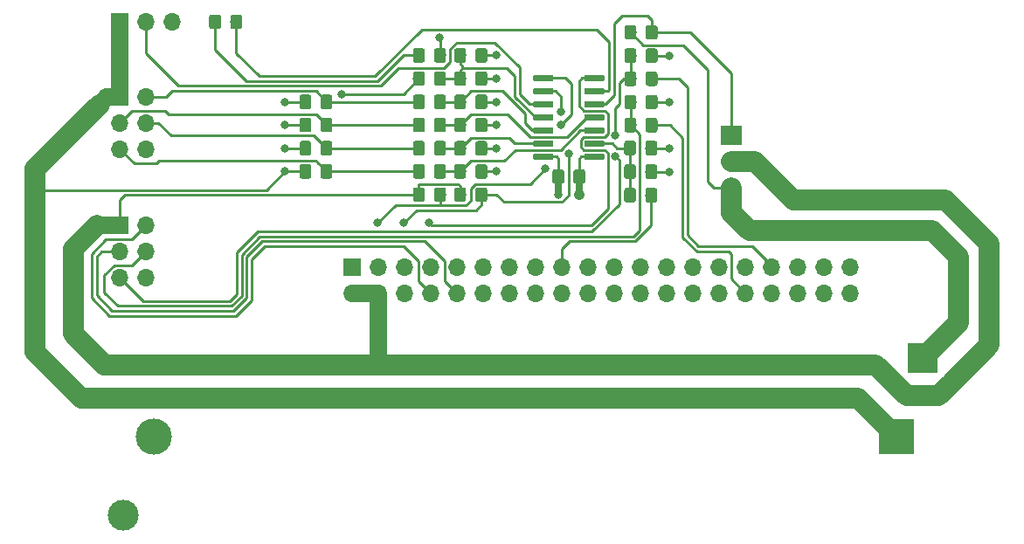
<source format=gtl>
G04 #@! TF.GenerationSoftware,KiCad,Pcbnew,(5.1.2)-1*
G04 #@! TF.CreationDate,2019-06-30T13:56:13+03:00*
G04 #@! TF.ProjectId,rpizero-lowpower,7270697a-6572-46f2-9d6c-6f77706f7765,0.1.0*
G04 #@! TF.SameCoordinates,Original*
G04 #@! TF.FileFunction,Copper,L1,Top*
G04 #@! TF.FilePolarity,Positive*
%FSLAX46Y46*%
G04 Gerber Fmt 4.6, Leading zero omitted, Abs format (unit mm)*
G04 Created by KiCad (PCBNEW (5.1.2)-1) date 2019-06-30 13:56:13*
%MOMM*%
%LPD*%
G04 APERTURE LIST*
%ADD10C,0.100000*%
%ADD11C,1.150000*%
%ADD12O,1.700000X1.700000*%
%ADD13R,1.700000X1.700000*%
%ADD14O,2.000000X1.905000*%
%ADD15R,2.000000X1.905000*%
%ADD16C,3.500000*%
%ADD17R,3.500000X3.500000*%
%ADD18C,3.000000*%
%ADD19R,3.000000X3.000000*%
%ADD20C,0.600000*%
%ADD21C,0.800000*%
%ADD22C,2.000000*%
%ADD23C,0.250000*%
%ADD24C,1.000000*%
%ADD25C,0.700000*%
%ADD26C,1.700000*%
G04 APERTURE END LIST*
D10*
G36*
X128774505Y-78013204D02*
G01*
X128798773Y-78016804D01*
X128822572Y-78022765D01*
X128845671Y-78031030D01*
X128867850Y-78041520D01*
X128888893Y-78054132D01*
X128908599Y-78068747D01*
X128926777Y-78085223D01*
X128943253Y-78103401D01*
X128957868Y-78123107D01*
X128970480Y-78144150D01*
X128980970Y-78166329D01*
X128989235Y-78189428D01*
X128995196Y-78213227D01*
X128998796Y-78237495D01*
X129000000Y-78261999D01*
X129000000Y-79162001D01*
X128998796Y-79186505D01*
X128995196Y-79210773D01*
X128989235Y-79234572D01*
X128980970Y-79257671D01*
X128970480Y-79279850D01*
X128957868Y-79300893D01*
X128943253Y-79320599D01*
X128926777Y-79338777D01*
X128908599Y-79355253D01*
X128888893Y-79369868D01*
X128867850Y-79382480D01*
X128845671Y-79392970D01*
X128822572Y-79401235D01*
X128798773Y-79407196D01*
X128774505Y-79410796D01*
X128750001Y-79412000D01*
X128099999Y-79412000D01*
X128075495Y-79410796D01*
X128051227Y-79407196D01*
X128027428Y-79401235D01*
X128004329Y-79392970D01*
X127982150Y-79382480D01*
X127961107Y-79369868D01*
X127941401Y-79355253D01*
X127923223Y-79338777D01*
X127906747Y-79320599D01*
X127892132Y-79300893D01*
X127879520Y-79279850D01*
X127869030Y-79257671D01*
X127860765Y-79234572D01*
X127854804Y-79210773D01*
X127851204Y-79186505D01*
X127850000Y-79162001D01*
X127850000Y-78261999D01*
X127851204Y-78237495D01*
X127854804Y-78213227D01*
X127860765Y-78189428D01*
X127869030Y-78166329D01*
X127879520Y-78144150D01*
X127892132Y-78123107D01*
X127906747Y-78103401D01*
X127923223Y-78085223D01*
X127941401Y-78068747D01*
X127961107Y-78054132D01*
X127982150Y-78041520D01*
X128004329Y-78031030D01*
X128027428Y-78022765D01*
X128051227Y-78016804D01*
X128075495Y-78013204D01*
X128099999Y-78012000D01*
X128750001Y-78012000D01*
X128774505Y-78013204D01*
X128774505Y-78013204D01*
G37*
D11*
X128425000Y-78712000D03*
D10*
G36*
X126724505Y-78013204D02*
G01*
X126748773Y-78016804D01*
X126772572Y-78022765D01*
X126795671Y-78031030D01*
X126817850Y-78041520D01*
X126838893Y-78054132D01*
X126858599Y-78068747D01*
X126876777Y-78085223D01*
X126893253Y-78103401D01*
X126907868Y-78123107D01*
X126920480Y-78144150D01*
X126930970Y-78166329D01*
X126939235Y-78189428D01*
X126945196Y-78213227D01*
X126948796Y-78237495D01*
X126950000Y-78261999D01*
X126950000Y-79162001D01*
X126948796Y-79186505D01*
X126945196Y-79210773D01*
X126939235Y-79234572D01*
X126930970Y-79257671D01*
X126920480Y-79279850D01*
X126907868Y-79300893D01*
X126893253Y-79320599D01*
X126876777Y-79338777D01*
X126858599Y-79355253D01*
X126838893Y-79369868D01*
X126817850Y-79382480D01*
X126795671Y-79392970D01*
X126772572Y-79401235D01*
X126748773Y-79407196D01*
X126724505Y-79410796D01*
X126700001Y-79412000D01*
X126049999Y-79412000D01*
X126025495Y-79410796D01*
X126001227Y-79407196D01*
X125977428Y-79401235D01*
X125954329Y-79392970D01*
X125932150Y-79382480D01*
X125911107Y-79369868D01*
X125891401Y-79355253D01*
X125873223Y-79338777D01*
X125856747Y-79320599D01*
X125842132Y-79300893D01*
X125829520Y-79279850D01*
X125819030Y-79257671D01*
X125810765Y-79234572D01*
X125804804Y-79210773D01*
X125801204Y-79186505D01*
X125800000Y-79162001D01*
X125800000Y-78261999D01*
X125801204Y-78237495D01*
X125804804Y-78213227D01*
X125810765Y-78189428D01*
X125819030Y-78166329D01*
X125829520Y-78144150D01*
X125842132Y-78123107D01*
X125856747Y-78103401D01*
X125873223Y-78085223D01*
X125891401Y-78068747D01*
X125911107Y-78054132D01*
X125932150Y-78041520D01*
X125954329Y-78031030D01*
X125977428Y-78022765D01*
X126001227Y-78016804D01*
X126025495Y-78013204D01*
X126049999Y-78012000D01*
X126700001Y-78012000D01*
X126724505Y-78013204D01*
X126724505Y-78013204D01*
G37*
D11*
X126375000Y-78712000D03*
D10*
G36*
X126724505Y-82585204D02*
G01*
X126748773Y-82588804D01*
X126772572Y-82594765D01*
X126795671Y-82603030D01*
X126817850Y-82613520D01*
X126838893Y-82626132D01*
X126858599Y-82640747D01*
X126876777Y-82657223D01*
X126893253Y-82675401D01*
X126907868Y-82695107D01*
X126920480Y-82716150D01*
X126930970Y-82738329D01*
X126939235Y-82761428D01*
X126945196Y-82785227D01*
X126948796Y-82809495D01*
X126950000Y-82833999D01*
X126950000Y-83734001D01*
X126948796Y-83758505D01*
X126945196Y-83782773D01*
X126939235Y-83806572D01*
X126930970Y-83829671D01*
X126920480Y-83851850D01*
X126907868Y-83872893D01*
X126893253Y-83892599D01*
X126876777Y-83910777D01*
X126858599Y-83927253D01*
X126838893Y-83941868D01*
X126817850Y-83954480D01*
X126795671Y-83964970D01*
X126772572Y-83973235D01*
X126748773Y-83979196D01*
X126724505Y-83982796D01*
X126700001Y-83984000D01*
X126049999Y-83984000D01*
X126025495Y-83982796D01*
X126001227Y-83979196D01*
X125977428Y-83973235D01*
X125954329Y-83964970D01*
X125932150Y-83954480D01*
X125911107Y-83941868D01*
X125891401Y-83927253D01*
X125873223Y-83910777D01*
X125856747Y-83892599D01*
X125842132Y-83872893D01*
X125829520Y-83851850D01*
X125819030Y-83829671D01*
X125810765Y-83806572D01*
X125804804Y-83782773D01*
X125801204Y-83758505D01*
X125800000Y-83734001D01*
X125800000Y-82833999D01*
X125801204Y-82809495D01*
X125804804Y-82785227D01*
X125810765Y-82761428D01*
X125819030Y-82738329D01*
X125829520Y-82716150D01*
X125842132Y-82695107D01*
X125856747Y-82675401D01*
X125873223Y-82657223D01*
X125891401Y-82640747D01*
X125911107Y-82626132D01*
X125932150Y-82613520D01*
X125954329Y-82603030D01*
X125977428Y-82594765D01*
X126001227Y-82588804D01*
X126025495Y-82585204D01*
X126049999Y-82584000D01*
X126700001Y-82584000D01*
X126724505Y-82585204D01*
X126724505Y-82585204D01*
G37*
D11*
X126375000Y-83284000D03*
D10*
G36*
X128774505Y-82585204D02*
G01*
X128798773Y-82588804D01*
X128822572Y-82594765D01*
X128845671Y-82603030D01*
X128867850Y-82613520D01*
X128888893Y-82626132D01*
X128908599Y-82640747D01*
X128926777Y-82657223D01*
X128943253Y-82675401D01*
X128957868Y-82695107D01*
X128970480Y-82716150D01*
X128980970Y-82738329D01*
X128989235Y-82761428D01*
X128995196Y-82785227D01*
X128998796Y-82809495D01*
X129000000Y-82833999D01*
X129000000Y-83734001D01*
X128998796Y-83758505D01*
X128995196Y-83782773D01*
X128989235Y-83806572D01*
X128980970Y-83829671D01*
X128970480Y-83851850D01*
X128957868Y-83872893D01*
X128943253Y-83892599D01*
X128926777Y-83910777D01*
X128908599Y-83927253D01*
X128888893Y-83941868D01*
X128867850Y-83954480D01*
X128845671Y-83964970D01*
X128822572Y-83973235D01*
X128798773Y-83979196D01*
X128774505Y-83982796D01*
X128750001Y-83984000D01*
X128099999Y-83984000D01*
X128075495Y-83982796D01*
X128051227Y-83979196D01*
X128027428Y-83973235D01*
X128004329Y-83964970D01*
X127982150Y-83954480D01*
X127961107Y-83941868D01*
X127941401Y-83927253D01*
X127923223Y-83910777D01*
X127906747Y-83892599D01*
X127892132Y-83872893D01*
X127879520Y-83851850D01*
X127869030Y-83829671D01*
X127860765Y-83806572D01*
X127854804Y-83782773D01*
X127851204Y-83758505D01*
X127850000Y-83734001D01*
X127850000Y-82833999D01*
X127851204Y-82809495D01*
X127854804Y-82785227D01*
X127860765Y-82761428D01*
X127869030Y-82738329D01*
X127879520Y-82716150D01*
X127892132Y-82695107D01*
X127906747Y-82675401D01*
X127923223Y-82657223D01*
X127941401Y-82640747D01*
X127961107Y-82626132D01*
X127982150Y-82613520D01*
X128004329Y-82603030D01*
X128027428Y-82594765D01*
X128051227Y-82588804D01*
X128075495Y-82585204D01*
X128099999Y-82584000D01*
X128750001Y-82584000D01*
X128774505Y-82585204D01*
X128774505Y-82585204D01*
G37*
D11*
X128425000Y-83284000D03*
D10*
G36*
X128774505Y-80299204D02*
G01*
X128798773Y-80302804D01*
X128822572Y-80308765D01*
X128845671Y-80317030D01*
X128867850Y-80327520D01*
X128888893Y-80340132D01*
X128908599Y-80354747D01*
X128926777Y-80371223D01*
X128943253Y-80389401D01*
X128957868Y-80409107D01*
X128970480Y-80430150D01*
X128980970Y-80452329D01*
X128989235Y-80475428D01*
X128995196Y-80499227D01*
X128998796Y-80523495D01*
X129000000Y-80547999D01*
X129000000Y-81448001D01*
X128998796Y-81472505D01*
X128995196Y-81496773D01*
X128989235Y-81520572D01*
X128980970Y-81543671D01*
X128970480Y-81565850D01*
X128957868Y-81586893D01*
X128943253Y-81606599D01*
X128926777Y-81624777D01*
X128908599Y-81641253D01*
X128888893Y-81655868D01*
X128867850Y-81668480D01*
X128845671Y-81678970D01*
X128822572Y-81687235D01*
X128798773Y-81693196D01*
X128774505Y-81696796D01*
X128750001Y-81698000D01*
X128099999Y-81698000D01*
X128075495Y-81696796D01*
X128051227Y-81693196D01*
X128027428Y-81687235D01*
X128004329Y-81678970D01*
X127982150Y-81668480D01*
X127961107Y-81655868D01*
X127941401Y-81641253D01*
X127923223Y-81624777D01*
X127906747Y-81606599D01*
X127892132Y-81586893D01*
X127879520Y-81565850D01*
X127869030Y-81543671D01*
X127860765Y-81520572D01*
X127854804Y-81496773D01*
X127851204Y-81472505D01*
X127850000Y-81448001D01*
X127850000Y-80547999D01*
X127851204Y-80523495D01*
X127854804Y-80499227D01*
X127860765Y-80475428D01*
X127869030Y-80452329D01*
X127879520Y-80430150D01*
X127892132Y-80409107D01*
X127906747Y-80389401D01*
X127923223Y-80371223D01*
X127941401Y-80354747D01*
X127961107Y-80340132D01*
X127982150Y-80327520D01*
X128004329Y-80317030D01*
X128027428Y-80308765D01*
X128051227Y-80302804D01*
X128075495Y-80299204D01*
X128099999Y-80298000D01*
X128750001Y-80298000D01*
X128774505Y-80299204D01*
X128774505Y-80299204D01*
G37*
D11*
X128425000Y-80998000D03*
D10*
G36*
X126724505Y-80299204D02*
G01*
X126748773Y-80302804D01*
X126772572Y-80308765D01*
X126795671Y-80317030D01*
X126817850Y-80327520D01*
X126838893Y-80340132D01*
X126858599Y-80354747D01*
X126876777Y-80371223D01*
X126893253Y-80389401D01*
X126907868Y-80409107D01*
X126920480Y-80430150D01*
X126930970Y-80452329D01*
X126939235Y-80475428D01*
X126945196Y-80499227D01*
X126948796Y-80523495D01*
X126950000Y-80547999D01*
X126950000Y-81448001D01*
X126948796Y-81472505D01*
X126945196Y-81496773D01*
X126939235Y-81520572D01*
X126930970Y-81543671D01*
X126920480Y-81565850D01*
X126907868Y-81586893D01*
X126893253Y-81606599D01*
X126876777Y-81624777D01*
X126858599Y-81641253D01*
X126838893Y-81655868D01*
X126817850Y-81668480D01*
X126795671Y-81678970D01*
X126772572Y-81687235D01*
X126748773Y-81693196D01*
X126724505Y-81696796D01*
X126700001Y-81698000D01*
X126049999Y-81698000D01*
X126025495Y-81696796D01*
X126001227Y-81693196D01*
X125977428Y-81687235D01*
X125954329Y-81678970D01*
X125932150Y-81668480D01*
X125911107Y-81655868D01*
X125891401Y-81641253D01*
X125873223Y-81624777D01*
X125856747Y-81606599D01*
X125842132Y-81586893D01*
X125829520Y-81565850D01*
X125819030Y-81543671D01*
X125810765Y-81520572D01*
X125804804Y-81496773D01*
X125801204Y-81472505D01*
X125800000Y-81448001D01*
X125800000Y-80547999D01*
X125801204Y-80523495D01*
X125804804Y-80499227D01*
X125810765Y-80475428D01*
X125819030Y-80452329D01*
X125829520Y-80430150D01*
X125842132Y-80409107D01*
X125856747Y-80389401D01*
X125873223Y-80371223D01*
X125891401Y-80354747D01*
X125911107Y-80340132D01*
X125932150Y-80327520D01*
X125954329Y-80317030D01*
X125977428Y-80308765D01*
X126001227Y-80302804D01*
X126025495Y-80299204D01*
X126049999Y-80298000D01*
X126700001Y-80298000D01*
X126724505Y-80299204D01*
X126724505Y-80299204D01*
G37*
D11*
X126375000Y-80998000D03*
D10*
G36*
X128802505Y-69050204D02*
G01*
X128826773Y-69053804D01*
X128850572Y-69059765D01*
X128873671Y-69068030D01*
X128895850Y-69078520D01*
X128916893Y-69091132D01*
X128936599Y-69105747D01*
X128954777Y-69122223D01*
X128971253Y-69140401D01*
X128985868Y-69160107D01*
X128998480Y-69181150D01*
X129008970Y-69203329D01*
X129017235Y-69226428D01*
X129023196Y-69250227D01*
X129026796Y-69274495D01*
X129028000Y-69298999D01*
X129028000Y-70199001D01*
X129026796Y-70223505D01*
X129023196Y-70247773D01*
X129017235Y-70271572D01*
X129008970Y-70294671D01*
X128998480Y-70316850D01*
X128985868Y-70337893D01*
X128971253Y-70357599D01*
X128954777Y-70375777D01*
X128936599Y-70392253D01*
X128916893Y-70406868D01*
X128895850Y-70419480D01*
X128873671Y-70429970D01*
X128850572Y-70438235D01*
X128826773Y-70444196D01*
X128802505Y-70447796D01*
X128778001Y-70449000D01*
X128127999Y-70449000D01*
X128103495Y-70447796D01*
X128079227Y-70444196D01*
X128055428Y-70438235D01*
X128032329Y-70429970D01*
X128010150Y-70419480D01*
X127989107Y-70406868D01*
X127969401Y-70392253D01*
X127951223Y-70375777D01*
X127934747Y-70357599D01*
X127920132Y-70337893D01*
X127907520Y-70316850D01*
X127897030Y-70294671D01*
X127888765Y-70271572D01*
X127882804Y-70247773D01*
X127879204Y-70223505D01*
X127878000Y-70199001D01*
X127878000Y-69298999D01*
X127879204Y-69274495D01*
X127882804Y-69250227D01*
X127888765Y-69226428D01*
X127897030Y-69203329D01*
X127907520Y-69181150D01*
X127920132Y-69160107D01*
X127934747Y-69140401D01*
X127951223Y-69122223D01*
X127969401Y-69105747D01*
X127989107Y-69091132D01*
X128010150Y-69078520D01*
X128032329Y-69068030D01*
X128055428Y-69059765D01*
X128079227Y-69053804D01*
X128103495Y-69050204D01*
X128127999Y-69049000D01*
X128778001Y-69049000D01*
X128802505Y-69050204D01*
X128802505Y-69050204D01*
G37*
D11*
X128453000Y-69749000D03*
D10*
G36*
X126752505Y-69050204D02*
G01*
X126776773Y-69053804D01*
X126800572Y-69059765D01*
X126823671Y-69068030D01*
X126845850Y-69078520D01*
X126866893Y-69091132D01*
X126886599Y-69105747D01*
X126904777Y-69122223D01*
X126921253Y-69140401D01*
X126935868Y-69160107D01*
X126948480Y-69181150D01*
X126958970Y-69203329D01*
X126967235Y-69226428D01*
X126973196Y-69250227D01*
X126976796Y-69274495D01*
X126978000Y-69298999D01*
X126978000Y-70199001D01*
X126976796Y-70223505D01*
X126973196Y-70247773D01*
X126967235Y-70271572D01*
X126958970Y-70294671D01*
X126948480Y-70316850D01*
X126935868Y-70337893D01*
X126921253Y-70357599D01*
X126904777Y-70375777D01*
X126886599Y-70392253D01*
X126866893Y-70406868D01*
X126845850Y-70419480D01*
X126823671Y-70429970D01*
X126800572Y-70438235D01*
X126776773Y-70444196D01*
X126752505Y-70447796D01*
X126728001Y-70449000D01*
X126077999Y-70449000D01*
X126053495Y-70447796D01*
X126029227Y-70444196D01*
X126005428Y-70438235D01*
X125982329Y-70429970D01*
X125960150Y-70419480D01*
X125939107Y-70406868D01*
X125919401Y-70392253D01*
X125901223Y-70375777D01*
X125884747Y-70357599D01*
X125870132Y-70337893D01*
X125857520Y-70316850D01*
X125847030Y-70294671D01*
X125838765Y-70271572D01*
X125832804Y-70247773D01*
X125829204Y-70223505D01*
X125828000Y-70199001D01*
X125828000Y-69298999D01*
X125829204Y-69274495D01*
X125832804Y-69250227D01*
X125838765Y-69226428D01*
X125847030Y-69203329D01*
X125857520Y-69181150D01*
X125870132Y-69160107D01*
X125884747Y-69140401D01*
X125901223Y-69122223D01*
X125919401Y-69105747D01*
X125939107Y-69091132D01*
X125960150Y-69078520D01*
X125982329Y-69068030D01*
X126005428Y-69059765D01*
X126029227Y-69053804D01*
X126053495Y-69050204D01*
X126077999Y-69049000D01*
X126728001Y-69049000D01*
X126752505Y-69050204D01*
X126752505Y-69050204D01*
G37*
D11*
X126403000Y-69749000D03*
D12*
X104508000Y-92770000D03*
X101968000Y-90230000D03*
X117208000Y-90230000D03*
X117208000Y-92770000D03*
X101968000Y-92770000D03*
X104508000Y-90230000D03*
X99428000Y-92770000D03*
D13*
X99428000Y-90230000D03*
D12*
X127368000Y-90230000D03*
X127368000Y-92770000D03*
X112128000Y-90230000D03*
X112128000Y-92770000D03*
X132448000Y-90230000D03*
X132448000Y-92770000D03*
X114668000Y-90230000D03*
X114668000Y-92770000D03*
X109588000Y-90230000D03*
X109588000Y-92770000D03*
X122288000Y-90230000D03*
X122288000Y-92770000D03*
X145148000Y-90230000D03*
X145148000Y-92770000D03*
X140068000Y-90230000D03*
X140068000Y-92770000D03*
X142608000Y-90230000D03*
X142608000Y-92770000D03*
X119748000Y-90230000D03*
X119748000Y-92770000D03*
X137528000Y-90230000D03*
X137528000Y-92770000D03*
X107048000Y-90230000D03*
X107048000Y-92770000D03*
X134988000Y-90230000D03*
X134988000Y-92770000D03*
X124828000Y-90230000D03*
X124828000Y-92770000D03*
X129908000Y-90230000D03*
X129908000Y-92770000D03*
X147688000Y-90230000D03*
X147688000Y-92770000D03*
D10*
G36*
X108302505Y-78031204D02*
G01*
X108326773Y-78034804D01*
X108350572Y-78040765D01*
X108373671Y-78049030D01*
X108395850Y-78059520D01*
X108416893Y-78072132D01*
X108436599Y-78086747D01*
X108454777Y-78103223D01*
X108471253Y-78121401D01*
X108485868Y-78141107D01*
X108498480Y-78162150D01*
X108508970Y-78184329D01*
X108517235Y-78207428D01*
X108523196Y-78231227D01*
X108526796Y-78255495D01*
X108528000Y-78279999D01*
X108528000Y-79180001D01*
X108526796Y-79204505D01*
X108523196Y-79228773D01*
X108517235Y-79252572D01*
X108508970Y-79275671D01*
X108498480Y-79297850D01*
X108485868Y-79318893D01*
X108471253Y-79338599D01*
X108454777Y-79356777D01*
X108436599Y-79373253D01*
X108416893Y-79387868D01*
X108395850Y-79400480D01*
X108373671Y-79410970D01*
X108350572Y-79419235D01*
X108326773Y-79425196D01*
X108302505Y-79428796D01*
X108278001Y-79430000D01*
X107627999Y-79430000D01*
X107603495Y-79428796D01*
X107579227Y-79425196D01*
X107555428Y-79419235D01*
X107532329Y-79410970D01*
X107510150Y-79400480D01*
X107489107Y-79387868D01*
X107469401Y-79373253D01*
X107451223Y-79356777D01*
X107434747Y-79338599D01*
X107420132Y-79318893D01*
X107407520Y-79297850D01*
X107397030Y-79275671D01*
X107388765Y-79252572D01*
X107382804Y-79228773D01*
X107379204Y-79204505D01*
X107378000Y-79180001D01*
X107378000Y-78279999D01*
X107379204Y-78255495D01*
X107382804Y-78231227D01*
X107388765Y-78207428D01*
X107397030Y-78184329D01*
X107407520Y-78162150D01*
X107420132Y-78141107D01*
X107434747Y-78121401D01*
X107451223Y-78103223D01*
X107469401Y-78086747D01*
X107489107Y-78072132D01*
X107510150Y-78059520D01*
X107532329Y-78049030D01*
X107555428Y-78040765D01*
X107579227Y-78034804D01*
X107603495Y-78031204D01*
X107627999Y-78030000D01*
X108278001Y-78030000D01*
X108302505Y-78031204D01*
X108302505Y-78031204D01*
G37*
D11*
X107953000Y-78730000D03*
D10*
G36*
X106252505Y-78031204D02*
G01*
X106276773Y-78034804D01*
X106300572Y-78040765D01*
X106323671Y-78049030D01*
X106345850Y-78059520D01*
X106366893Y-78072132D01*
X106386599Y-78086747D01*
X106404777Y-78103223D01*
X106421253Y-78121401D01*
X106435868Y-78141107D01*
X106448480Y-78162150D01*
X106458970Y-78184329D01*
X106467235Y-78207428D01*
X106473196Y-78231227D01*
X106476796Y-78255495D01*
X106478000Y-78279999D01*
X106478000Y-79180001D01*
X106476796Y-79204505D01*
X106473196Y-79228773D01*
X106467235Y-79252572D01*
X106458970Y-79275671D01*
X106448480Y-79297850D01*
X106435868Y-79318893D01*
X106421253Y-79338599D01*
X106404777Y-79356777D01*
X106386599Y-79373253D01*
X106366893Y-79387868D01*
X106345850Y-79400480D01*
X106323671Y-79410970D01*
X106300572Y-79419235D01*
X106276773Y-79425196D01*
X106252505Y-79428796D01*
X106228001Y-79430000D01*
X105577999Y-79430000D01*
X105553495Y-79428796D01*
X105529227Y-79425196D01*
X105505428Y-79419235D01*
X105482329Y-79410970D01*
X105460150Y-79400480D01*
X105439107Y-79387868D01*
X105419401Y-79373253D01*
X105401223Y-79356777D01*
X105384747Y-79338599D01*
X105370132Y-79318893D01*
X105357520Y-79297850D01*
X105347030Y-79275671D01*
X105338765Y-79252572D01*
X105332804Y-79228773D01*
X105329204Y-79204505D01*
X105328000Y-79180001D01*
X105328000Y-78279999D01*
X105329204Y-78255495D01*
X105332804Y-78231227D01*
X105338765Y-78207428D01*
X105347030Y-78184329D01*
X105357520Y-78162150D01*
X105370132Y-78141107D01*
X105384747Y-78121401D01*
X105401223Y-78103223D01*
X105419401Y-78086747D01*
X105439107Y-78072132D01*
X105460150Y-78059520D01*
X105482329Y-78049030D01*
X105505428Y-78040765D01*
X105529227Y-78034804D01*
X105553495Y-78031204D01*
X105577999Y-78030000D01*
X106228001Y-78030000D01*
X106252505Y-78031204D01*
X106252505Y-78031204D01*
G37*
D11*
X105903000Y-78730000D03*
D14*
X136178000Y-82560000D03*
X136178000Y-80020000D03*
D15*
X136178000Y-77480000D03*
D10*
G36*
X97302505Y-73531204D02*
G01*
X97326773Y-73534804D01*
X97350572Y-73540765D01*
X97373671Y-73549030D01*
X97395850Y-73559520D01*
X97416893Y-73572132D01*
X97436599Y-73586747D01*
X97454777Y-73603223D01*
X97471253Y-73621401D01*
X97485868Y-73641107D01*
X97498480Y-73662150D01*
X97508970Y-73684329D01*
X97517235Y-73707428D01*
X97523196Y-73731227D01*
X97526796Y-73755495D01*
X97528000Y-73779999D01*
X97528000Y-74680001D01*
X97526796Y-74704505D01*
X97523196Y-74728773D01*
X97517235Y-74752572D01*
X97508970Y-74775671D01*
X97498480Y-74797850D01*
X97485868Y-74818893D01*
X97471253Y-74838599D01*
X97454777Y-74856777D01*
X97436599Y-74873253D01*
X97416893Y-74887868D01*
X97395850Y-74900480D01*
X97373671Y-74910970D01*
X97350572Y-74919235D01*
X97326773Y-74925196D01*
X97302505Y-74928796D01*
X97278001Y-74930000D01*
X96627999Y-74930000D01*
X96603495Y-74928796D01*
X96579227Y-74925196D01*
X96555428Y-74919235D01*
X96532329Y-74910970D01*
X96510150Y-74900480D01*
X96489107Y-74887868D01*
X96469401Y-74873253D01*
X96451223Y-74856777D01*
X96434747Y-74838599D01*
X96420132Y-74818893D01*
X96407520Y-74797850D01*
X96397030Y-74775671D01*
X96388765Y-74752572D01*
X96382804Y-74728773D01*
X96379204Y-74704505D01*
X96378000Y-74680001D01*
X96378000Y-73779999D01*
X96379204Y-73755495D01*
X96382804Y-73731227D01*
X96388765Y-73707428D01*
X96397030Y-73684329D01*
X96407520Y-73662150D01*
X96420132Y-73641107D01*
X96434747Y-73621401D01*
X96451223Y-73603223D01*
X96469401Y-73586747D01*
X96489107Y-73572132D01*
X96510150Y-73559520D01*
X96532329Y-73549030D01*
X96555428Y-73540765D01*
X96579227Y-73534804D01*
X96603495Y-73531204D01*
X96627999Y-73530000D01*
X97278001Y-73530000D01*
X97302505Y-73531204D01*
X97302505Y-73531204D01*
G37*
D11*
X96953000Y-74230000D03*
D10*
G36*
X95252505Y-73531204D02*
G01*
X95276773Y-73534804D01*
X95300572Y-73540765D01*
X95323671Y-73549030D01*
X95345850Y-73559520D01*
X95366893Y-73572132D01*
X95386599Y-73586747D01*
X95404777Y-73603223D01*
X95421253Y-73621401D01*
X95435868Y-73641107D01*
X95448480Y-73662150D01*
X95458970Y-73684329D01*
X95467235Y-73707428D01*
X95473196Y-73731227D01*
X95476796Y-73755495D01*
X95478000Y-73779999D01*
X95478000Y-74680001D01*
X95476796Y-74704505D01*
X95473196Y-74728773D01*
X95467235Y-74752572D01*
X95458970Y-74775671D01*
X95448480Y-74797850D01*
X95435868Y-74818893D01*
X95421253Y-74838599D01*
X95404777Y-74856777D01*
X95386599Y-74873253D01*
X95366893Y-74887868D01*
X95345850Y-74900480D01*
X95323671Y-74910970D01*
X95300572Y-74919235D01*
X95276773Y-74925196D01*
X95252505Y-74928796D01*
X95228001Y-74930000D01*
X94577999Y-74930000D01*
X94553495Y-74928796D01*
X94529227Y-74925196D01*
X94505428Y-74919235D01*
X94482329Y-74910970D01*
X94460150Y-74900480D01*
X94439107Y-74887868D01*
X94419401Y-74873253D01*
X94401223Y-74856777D01*
X94384747Y-74838599D01*
X94370132Y-74818893D01*
X94357520Y-74797850D01*
X94347030Y-74775671D01*
X94338765Y-74752572D01*
X94332804Y-74728773D01*
X94329204Y-74704505D01*
X94328000Y-74680001D01*
X94328000Y-73779999D01*
X94329204Y-73755495D01*
X94332804Y-73731227D01*
X94338765Y-73707428D01*
X94347030Y-73684329D01*
X94357520Y-73662150D01*
X94370132Y-73641107D01*
X94384747Y-73621401D01*
X94401223Y-73603223D01*
X94419401Y-73586747D01*
X94439107Y-73572132D01*
X94460150Y-73559520D01*
X94482329Y-73549030D01*
X94505428Y-73540765D01*
X94529227Y-73534804D01*
X94553495Y-73531204D01*
X94577999Y-73530000D01*
X95228001Y-73530000D01*
X95252505Y-73531204D01*
X95252505Y-73531204D01*
G37*
D11*
X94903000Y-74230000D03*
D10*
G36*
X97302505Y-75781204D02*
G01*
X97326773Y-75784804D01*
X97350572Y-75790765D01*
X97373671Y-75799030D01*
X97395850Y-75809520D01*
X97416893Y-75822132D01*
X97436599Y-75836747D01*
X97454777Y-75853223D01*
X97471253Y-75871401D01*
X97485868Y-75891107D01*
X97498480Y-75912150D01*
X97508970Y-75934329D01*
X97517235Y-75957428D01*
X97523196Y-75981227D01*
X97526796Y-76005495D01*
X97528000Y-76029999D01*
X97528000Y-76930001D01*
X97526796Y-76954505D01*
X97523196Y-76978773D01*
X97517235Y-77002572D01*
X97508970Y-77025671D01*
X97498480Y-77047850D01*
X97485868Y-77068893D01*
X97471253Y-77088599D01*
X97454777Y-77106777D01*
X97436599Y-77123253D01*
X97416893Y-77137868D01*
X97395850Y-77150480D01*
X97373671Y-77160970D01*
X97350572Y-77169235D01*
X97326773Y-77175196D01*
X97302505Y-77178796D01*
X97278001Y-77180000D01*
X96627999Y-77180000D01*
X96603495Y-77178796D01*
X96579227Y-77175196D01*
X96555428Y-77169235D01*
X96532329Y-77160970D01*
X96510150Y-77150480D01*
X96489107Y-77137868D01*
X96469401Y-77123253D01*
X96451223Y-77106777D01*
X96434747Y-77088599D01*
X96420132Y-77068893D01*
X96407520Y-77047850D01*
X96397030Y-77025671D01*
X96388765Y-77002572D01*
X96382804Y-76978773D01*
X96379204Y-76954505D01*
X96378000Y-76930001D01*
X96378000Y-76029999D01*
X96379204Y-76005495D01*
X96382804Y-75981227D01*
X96388765Y-75957428D01*
X96397030Y-75934329D01*
X96407520Y-75912150D01*
X96420132Y-75891107D01*
X96434747Y-75871401D01*
X96451223Y-75853223D01*
X96469401Y-75836747D01*
X96489107Y-75822132D01*
X96510150Y-75809520D01*
X96532329Y-75799030D01*
X96555428Y-75790765D01*
X96579227Y-75784804D01*
X96603495Y-75781204D01*
X96627999Y-75780000D01*
X97278001Y-75780000D01*
X97302505Y-75781204D01*
X97302505Y-75781204D01*
G37*
D11*
X96953000Y-76480000D03*
D10*
G36*
X95252505Y-75781204D02*
G01*
X95276773Y-75784804D01*
X95300572Y-75790765D01*
X95323671Y-75799030D01*
X95345850Y-75809520D01*
X95366893Y-75822132D01*
X95386599Y-75836747D01*
X95404777Y-75853223D01*
X95421253Y-75871401D01*
X95435868Y-75891107D01*
X95448480Y-75912150D01*
X95458970Y-75934329D01*
X95467235Y-75957428D01*
X95473196Y-75981227D01*
X95476796Y-76005495D01*
X95478000Y-76029999D01*
X95478000Y-76930001D01*
X95476796Y-76954505D01*
X95473196Y-76978773D01*
X95467235Y-77002572D01*
X95458970Y-77025671D01*
X95448480Y-77047850D01*
X95435868Y-77068893D01*
X95421253Y-77088599D01*
X95404777Y-77106777D01*
X95386599Y-77123253D01*
X95366893Y-77137868D01*
X95345850Y-77150480D01*
X95323671Y-77160970D01*
X95300572Y-77169235D01*
X95276773Y-77175196D01*
X95252505Y-77178796D01*
X95228001Y-77180000D01*
X94577999Y-77180000D01*
X94553495Y-77178796D01*
X94529227Y-77175196D01*
X94505428Y-77169235D01*
X94482329Y-77160970D01*
X94460150Y-77150480D01*
X94439107Y-77137868D01*
X94419401Y-77123253D01*
X94401223Y-77106777D01*
X94384747Y-77088599D01*
X94370132Y-77068893D01*
X94357520Y-77047850D01*
X94347030Y-77025671D01*
X94338765Y-77002572D01*
X94332804Y-76978773D01*
X94329204Y-76954505D01*
X94328000Y-76930001D01*
X94328000Y-76029999D01*
X94329204Y-76005495D01*
X94332804Y-75981227D01*
X94338765Y-75957428D01*
X94347030Y-75934329D01*
X94357520Y-75912150D01*
X94370132Y-75891107D01*
X94384747Y-75871401D01*
X94401223Y-75853223D01*
X94419401Y-75836747D01*
X94439107Y-75822132D01*
X94460150Y-75809520D01*
X94482329Y-75799030D01*
X94505428Y-75790765D01*
X94529227Y-75784804D01*
X94553495Y-75781204D01*
X94577999Y-75780000D01*
X95228001Y-75780000D01*
X95252505Y-75781204D01*
X95252505Y-75781204D01*
G37*
D11*
X94903000Y-76480000D03*
D10*
G36*
X97302505Y-78031204D02*
G01*
X97326773Y-78034804D01*
X97350572Y-78040765D01*
X97373671Y-78049030D01*
X97395850Y-78059520D01*
X97416893Y-78072132D01*
X97436599Y-78086747D01*
X97454777Y-78103223D01*
X97471253Y-78121401D01*
X97485868Y-78141107D01*
X97498480Y-78162150D01*
X97508970Y-78184329D01*
X97517235Y-78207428D01*
X97523196Y-78231227D01*
X97526796Y-78255495D01*
X97528000Y-78279999D01*
X97528000Y-79180001D01*
X97526796Y-79204505D01*
X97523196Y-79228773D01*
X97517235Y-79252572D01*
X97508970Y-79275671D01*
X97498480Y-79297850D01*
X97485868Y-79318893D01*
X97471253Y-79338599D01*
X97454777Y-79356777D01*
X97436599Y-79373253D01*
X97416893Y-79387868D01*
X97395850Y-79400480D01*
X97373671Y-79410970D01*
X97350572Y-79419235D01*
X97326773Y-79425196D01*
X97302505Y-79428796D01*
X97278001Y-79430000D01*
X96627999Y-79430000D01*
X96603495Y-79428796D01*
X96579227Y-79425196D01*
X96555428Y-79419235D01*
X96532329Y-79410970D01*
X96510150Y-79400480D01*
X96489107Y-79387868D01*
X96469401Y-79373253D01*
X96451223Y-79356777D01*
X96434747Y-79338599D01*
X96420132Y-79318893D01*
X96407520Y-79297850D01*
X96397030Y-79275671D01*
X96388765Y-79252572D01*
X96382804Y-79228773D01*
X96379204Y-79204505D01*
X96378000Y-79180001D01*
X96378000Y-78279999D01*
X96379204Y-78255495D01*
X96382804Y-78231227D01*
X96388765Y-78207428D01*
X96397030Y-78184329D01*
X96407520Y-78162150D01*
X96420132Y-78141107D01*
X96434747Y-78121401D01*
X96451223Y-78103223D01*
X96469401Y-78086747D01*
X96489107Y-78072132D01*
X96510150Y-78059520D01*
X96532329Y-78049030D01*
X96555428Y-78040765D01*
X96579227Y-78034804D01*
X96603495Y-78031204D01*
X96627999Y-78030000D01*
X97278001Y-78030000D01*
X97302505Y-78031204D01*
X97302505Y-78031204D01*
G37*
D11*
X96953000Y-78730000D03*
D10*
G36*
X95252505Y-78031204D02*
G01*
X95276773Y-78034804D01*
X95300572Y-78040765D01*
X95323671Y-78049030D01*
X95345850Y-78059520D01*
X95366893Y-78072132D01*
X95386599Y-78086747D01*
X95404777Y-78103223D01*
X95421253Y-78121401D01*
X95435868Y-78141107D01*
X95448480Y-78162150D01*
X95458970Y-78184329D01*
X95467235Y-78207428D01*
X95473196Y-78231227D01*
X95476796Y-78255495D01*
X95478000Y-78279999D01*
X95478000Y-79180001D01*
X95476796Y-79204505D01*
X95473196Y-79228773D01*
X95467235Y-79252572D01*
X95458970Y-79275671D01*
X95448480Y-79297850D01*
X95435868Y-79318893D01*
X95421253Y-79338599D01*
X95404777Y-79356777D01*
X95386599Y-79373253D01*
X95366893Y-79387868D01*
X95345850Y-79400480D01*
X95323671Y-79410970D01*
X95300572Y-79419235D01*
X95276773Y-79425196D01*
X95252505Y-79428796D01*
X95228001Y-79430000D01*
X94577999Y-79430000D01*
X94553495Y-79428796D01*
X94529227Y-79425196D01*
X94505428Y-79419235D01*
X94482329Y-79410970D01*
X94460150Y-79400480D01*
X94439107Y-79387868D01*
X94419401Y-79373253D01*
X94401223Y-79356777D01*
X94384747Y-79338599D01*
X94370132Y-79318893D01*
X94357520Y-79297850D01*
X94347030Y-79275671D01*
X94338765Y-79252572D01*
X94332804Y-79228773D01*
X94329204Y-79204505D01*
X94328000Y-79180001D01*
X94328000Y-78279999D01*
X94329204Y-78255495D01*
X94332804Y-78231227D01*
X94338765Y-78207428D01*
X94347030Y-78184329D01*
X94357520Y-78162150D01*
X94370132Y-78141107D01*
X94384747Y-78121401D01*
X94401223Y-78103223D01*
X94419401Y-78086747D01*
X94439107Y-78072132D01*
X94460150Y-78059520D01*
X94482329Y-78049030D01*
X94505428Y-78040765D01*
X94529227Y-78034804D01*
X94553495Y-78031204D01*
X94577999Y-78030000D01*
X95228001Y-78030000D01*
X95252505Y-78031204D01*
X95252505Y-78031204D01*
G37*
D11*
X94903000Y-78730000D03*
D10*
G36*
X97302505Y-80281204D02*
G01*
X97326773Y-80284804D01*
X97350572Y-80290765D01*
X97373671Y-80299030D01*
X97395850Y-80309520D01*
X97416893Y-80322132D01*
X97436599Y-80336747D01*
X97454777Y-80353223D01*
X97471253Y-80371401D01*
X97485868Y-80391107D01*
X97498480Y-80412150D01*
X97508970Y-80434329D01*
X97517235Y-80457428D01*
X97523196Y-80481227D01*
X97526796Y-80505495D01*
X97528000Y-80529999D01*
X97528000Y-81430001D01*
X97526796Y-81454505D01*
X97523196Y-81478773D01*
X97517235Y-81502572D01*
X97508970Y-81525671D01*
X97498480Y-81547850D01*
X97485868Y-81568893D01*
X97471253Y-81588599D01*
X97454777Y-81606777D01*
X97436599Y-81623253D01*
X97416893Y-81637868D01*
X97395850Y-81650480D01*
X97373671Y-81660970D01*
X97350572Y-81669235D01*
X97326773Y-81675196D01*
X97302505Y-81678796D01*
X97278001Y-81680000D01*
X96627999Y-81680000D01*
X96603495Y-81678796D01*
X96579227Y-81675196D01*
X96555428Y-81669235D01*
X96532329Y-81660970D01*
X96510150Y-81650480D01*
X96489107Y-81637868D01*
X96469401Y-81623253D01*
X96451223Y-81606777D01*
X96434747Y-81588599D01*
X96420132Y-81568893D01*
X96407520Y-81547850D01*
X96397030Y-81525671D01*
X96388765Y-81502572D01*
X96382804Y-81478773D01*
X96379204Y-81454505D01*
X96378000Y-81430001D01*
X96378000Y-80529999D01*
X96379204Y-80505495D01*
X96382804Y-80481227D01*
X96388765Y-80457428D01*
X96397030Y-80434329D01*
X96407520Y-80412150D01*
X96420132Y-80391107D01*
X96434747Y-80371401D01*
X96451223Y-80353223D01*
X96469401Y-80336747D01*
X96489107Y-80322132D01*
X96510150Y-80309520D01*
X96532329Y-80299030D01*
X96555428Y-80290765D01*
X96579227Y-80284804D01*
X96603495Y-80281204D01*
X96627999Y-80280000D01*
X97278001Y-80280000D01*
X97302505Y-80281204D01*
X97302505Y-80281204D01*
G37*
D11*
X96953000Y-80980000D03*
D10*
G36*
X95252505Y-80281204D02*
G01*
X95276773Y-80284804D01*
X95300572Y-80290765D01*
X95323671Y-80299030D01*
X95345850Y-80309520D01*
X95366893Y-80322132D01*
X95386599Y-80336747D01*
X95404777Y-80353223D01*
X95421253Y-80371401D01*
X95435868Y-80391107D01*
X95448480Y-80412150D01*
X95458970Y-80434329D01*
X95467235Y-80457428D01*
X95473196Y-80481227D01*
X95476796Y-80505495D01*
X95478000Y-80529999D01*
X95478000Y-81430001D01*
X95476796Y-81454505D01*
X95473196Y-81478773D01*
X95467235Y-81502572D01*
X95458970Y-81525671D01*
X95448480Y-81547850D01*
X95435868Y-81568893D01*
X95421253Y-81588599D01*
X95404777Y-81606777D01*
X95386599Y-81623253D01*
X95366893Y-81637868D01*
X95345850Y-81650480D01*
X95323671Y-81660970D01*
X95300572Y-81669235D01*
X95276773Y-81675196D01*
X95252505Y-81678796D01*
X95228001Y-81680000D01*
X94577999Y-81680000D01*
X94553495Y-81678796D01*
X94529227Y-81675196D01*
X94505428Y-81669235D01*
X94482329Y-81660970D01*
X94460150Y-81650480D01*
X94439107Y-81637868D01*
X94419401Y-81623253D01*
X94401223Y-81606777D01*
X94384747Y-81588599D01*
X94370132Y-81568893D01*
X94357520Y-81547850D01*
X94347030Y-81525671D01*
X94338765Y-81502572D01*
X94332804Y-81478773D01*
X94329204Y-81454505D01*
X94328000Y-81430001D01*
X94328000Y-80529999D01*
X94329204Y-80505495D01*
X94332804Y-80481227D01*
X94338765Y-80457428D01*
X94347030Y-80434329D01*
X94357520Y-80412150D01*
X94370132Y-80391107D01*
X94384747Y-80371401D01*
X94401223Y-80353223D01*
X94419401Y-80336747D01*
X94439107Y-80322132D01*
X94460150Y-80309520D01*
X94482329Y-80299030D01*
X94505428Y-80290765D01*
X94529227Y-80284804D01*
X94553495Y-80281204D01*
X94577999Y-80280000D01*
X95228001Y-80280000D01*
X95252505Y-80281204D01*
X95252505Y-80281204D01*
G37*
D11*
X94903000Y-80980000D03*
D12*
X79468000Y-78810000D03*
X76928000Y-78810000D03*
X79468000Y-76270000D03*
X76928000Y-76270000D03*
X79468000Y-73730000D03*
D13*
X76928000Y-73730000D03*
D12*
X82008000Y-66480000D03*
X79468000Y-66480000D03*
D13*
X76928000Y-66480000D03*
D12*
X79468000Y-91310000D03*
X76928000Y-91310000D03*
X79468000Y-88770000D03*
X76928000Y-88770000D03*
X79468000Y-86230000D03*
D13*
X76928000Y-86230000D03*
D10*
G36*
X108302505Y-73531204D02*
G01*
X108326773Y-73534804D01*
X108350572Y-73540765D01*
X108373671Y-73549030D01*
X108395850Y-73559520D01*
X108416893Y-73572132D01*
X108436599Y-73586747D01*
X108454777Y-73603223D01*
X108471253Y-73621401D01*
X108485868Y-73641107D01*
X108498480Y-73662150D01*
X108508970Y-73684329D01*
X108517235Y-73707428D01*
X108523196Y-73731227D01*
X108526796Y-73755495D01*
X108528000Y-73779999D01*
X108528000Y-74680001D01*
X108526796Y-74704505D01*
X108523196Y-74728773D01*
X108517235Y-74752572D01*
X108508970Y-74775671D01*
X108498480Y-74797850D01*
X108485868Y-74818893D01*
X108471253Y-74838599D01*
X108454777Y-74856777D01*
X108436599Y-74873253D01*
X108416893Y-74887868D01*
X108395850Y-74900480D01*
X108373671Y-74910970D01*
X108350572Y-74919235D01*
X108326773Y-74925196D01*
X108302505Y-74928796D01*
X108278001Y-74930000D01*
X107627999Y-74930000D01*
X107603495Y-74928796D01*
X107579227Y-74925196D01*
X107555428Y-74919235D01*
X107532329Y-74910970D01*
X107510150Y-74900480D01*
X107489107Y-74887868D01*
X107469401Y-74873253D01*
X107451223Y-74856777D01*
X107434747Y-74838599D01*
X107420132Y-74818893D01*
X107407520Y-74797850D01*
X107397030Y-74775671D01*
X107388765Y-74752572D01*
X107382804Y-74728773D01*
X107379204Y-74704505D01*
X107378000Y-74680001D01*
X107378000Y-73779999D01*
X107379204Y-73755495D01*
X107382804Y-73731227D01*
X107388765Y-73707428D01*
X107397030Y-73684329D01*
X107407520Y-73662150D01*
X107420132Y-73641107D01*
X107434747Y-73621401D01*
X107451223Y-73603223D01*
X107469401Y-73586747D01*
X107489107Y-73572132D01*
X107510150Y-73559520D01*
X107532329Y-73549030D01*
X107555428Y-73540765D01*
X107579227Y-73534804D01*
X107603495Y-73531204D01*
X107627999Y-73530000D01*
X108278001Y-73530000D01*
X108302505Y-73531204D01*
X108302505Y-73531204D01*
G37*
D11*
X107953000Y-74230000D03*
D10*
G36*
X106252505Y-73531204D02*
G01*
X106276773Y-73534804D01*
X106300572Y-73540765D01*
X106323671Y-73549030D01*
X106345850Y-73559520D01*
X106366893Y-73572132D01*
X106386599Y-73586747D01*
X106404777Y-73603223D01*
X106421253Y-73621401D01*
X106435868Y-73641107D01*
X106448480Y-73662150D01*
X106458970Y-73684329D01*
X106467235Y-73707428D01*
X106473196Y-73731227D01*
X106476796Y-73755495D01*
X106478000Y-73779999D01*
X106478000Y-74680001D01*
X106476796Y-74704505D01*
X106473196Y-74728773D01*
X106467235Y-74752572D01*
X106458970Y-74775671D01*
X106448480Y-74797850D01*
X106435868Y-74818893D01*
X106421253Y-74838599D01*
X106404777Y-74856777D01*
X106386599Y-74873253D01*
X106366893Y-74887868D01*
X106345850Y-74900480D01*
X106323671Y-74910970D01*
X106300572Y-74919235D01*
X106276773Y-74925196D01*
X106252505Y-74928796D01*
X106228001Y-74930000D01*
X105577999Y-74930000D01*
X105553495Y-74928796D01*
X105529227Y-74925196D01*
X105505428Y-74919235D01*
X105482329Y-74910970D01*
X105460150Y-74900480D01*
X105439107Y-74887868D01*
X105419401Y-74873253D01*
X105401223Y-74856777D01*
X105384747Y-74838599D01*
X105370132Y-74818893D01*
X105357520Y-74797850D01*
X105347030Y-74775671D01*
X105338765Y-74752572D01*
X105332804Y-74728773D01*
X105329204Y-74704505D01*
X105328000Y-74680001D01*
X105328000Y-73779999D01*
X105329204Y-73755495D01*
X105332804Y-73731227D01*
X105338765Y-73707428D01*
X105347030Y-73684329D01*
X105357520Y-73662150D01*
X105370132Y-73641107D01*
X105384747Y-73621401D01*
X105401223Y-73603223D01*
X105419401Y-73586747D01*
X105439107Y-73572132D01*
X105460150Y-73559520D01*
X105482329Y-73549030D01*
X105505428Y-73540765D01*
X105529227Y-73534804D01*
X105553495Y-73531204D01*
X105577999Y-73530000D01*
X106228001Y-73530000D01*
X106252505Y-73531204D01*
X106252505Y-73531204D01*
G37*
D11*
X105903000Y-74230000D03*
D10*
G36*
X108302505Y-75781204D02*
G01*
X108326773Y-75784804D01*
X108350572Y-75790765D01*
X108373671Y-75799030D01*
X108395850Y-75809520D01*
X108416893Y-75822132D01*
X108436599Y-75836747D01*
X108454777Y-75853223D01*
X108471253Y-75871401D01*
X108485868Y-75891107D01*
X108498480Y-75912150D01*
X108508970Y-75934329D01*
X108517235Y-75957428D01*
X108523196Y-75981227D01*
X108526796Y-76005495D01*
X108528000Y-76029999D01*
X108528000Y-76930001D01*
X108526796Y-76954505D01*
X108523196Y-76978773D01*
X108517235Y-77002572D01*
X108508970Y-77025671D01*
X108498480Y-77047850D01*
X108485868Y-77068893D01*
X108471253Y-77088599D01*
X108454777Y-77106777D01*
X108436599Y-77123253D01*
X108416893Y-77137868D01*
X108395850Y-77150480D01*
X108373671Y-77160970D01*
X108350572Y-77169235D01*
X108326773Y-77175196D01*
X108302505Y-77178796D01*
X108278001Y-77180000D01*
X107627999Y-77180000D01*
X107603495Y-77178796D01*
X107579227Y-77175196D01*
X107555428Y-77169235D01*
X107532329Y-77160970D01*
X107510150Y-77150480D01*
X107489107Y-77137868D01*
X107469401Y-77123253D01*
X107451223Y-77106777D01*
X107434747Y-77088599D01*
X107420132Y-77068893D01*
X107407520Y-77047850D01*
X107397030Y-77025671D01*
X107388765Y-77002572D01*
X107382804Y-76978773D01*
X107379204Y-76954505D01*
X107378000Y-76930001D01*
X107378000Y-76029999D01*
X107379204Y-76005495D01*
X107382804Y-75981227D01*
X107388765Y-75957428D01*
X107397030Y-75934329D01*
X107407520Y-75912150D01*
X107420132Y-75891107D01*
X107434747Y-75871401D01*
X107451223Y-75853223D01*
X107469401Y-75836747D01*
X107489107Y-75822132D01*
X107510150Y-75809520D01*
X107532329Y-75799030D01*
X107555428Y-75790765D01*
X107579227Y-75784804D01*
X107603495Y-75781204D01*
X107627999Y-75780000D01*
X108278001Y-75780000D01*
X108302505Y-75781204D01*
X108302505Y-75781204D01*
G37*
D11*
X107953000Y-76480000D03*
D10*
G36*
X106252505Y-75781204D02*
G01*
X106276773Y-75784804D01*
X106300572Y-75790765D01*
X106323671Y-75799030D01*
X106345850Y-75809520D01*
X106366893Y-75822132D01*
X106386599Y-75836747D01*
X106404777Y-75853223D01*
X106421253Y-75871401D01*
X106435868Y-75891107D01*
X106448480Y-75912150D01*
X106458970Y-75934329D01*
X106467235Y-75957428D01*
X106473196Y-75981227D01*
X106476796Y-76005495D01*
X106478000Y-76029999D01*
X106478000Y-76930001D01*
X106476796Y-76954505D01*
X106473196Y-76978773D01*
X106467235Y-77002572D01*
X106458970Y-77025671D01*
X106448480Y-77047850D01*
X106435868Y-77068893D01*
X106421253Y-77088599D01*
X106404777Y-77106777D01*
X106386599Y-77123253D01*
X106366893Y-77137868D01*
X106345850Y-77150480D01*
X106323671Y-77160970D01*
X106300572Y-77169235D01*
X106276773Y-77175196D01*
X106252505Y-77178796D01*
X106228001Y-77180000D01*
X105577999Y-77180000D01*
X105553495Y-77178796D01*
X105529227Y-77175196D01*
X105505428Y-77169235D01*
X105482329Y-77160970D01*
X105460150Y-77150480D01*
X105439107Y-77137868D01*
X105419401Y-77123253D01*
X105401223Y-77106777D01*
X105384747Y-77088599D01*
X105370132Y-77068893D01*
X105357520Y-77047850D01*
X105347030Y-77025671D01*
X105338765Y-77002572D01*
X105332804Y-76978773D01*
X105329204Y-76954505D01*
X105328000Y-76930001D01*
X105328000Y-76029999D01*
X105329204Y-76005495D01*
X105332804Y-75981227D01*
X105338765Y-75957428D01*
X105347030Y-75934329D01*
X105357520Y-75912150D01*
X105370132Y-75891107D01*
X105384747Y-75871401D01*
X105401223Y-75853223D01*
X105419401Y-75836747D01*
X105439107Y-75822132D01*
X105460150Y-75809520D01*
X105482329Y-75799030D01*
X105505428Y-75790765D01*
X105529227Y-75784804D01*
X105553495Y-75781204D01*
X105577999Y-75780000D01*
X106228001Y-75780000D01*
X106252505Y-75781204D01*
X106252505Y-75781204D01*
G37*
D11*
X105903000Y-76480000D03*
D10*
G36*
X128802505Y-71300204D02*
G01*
X128826773Y-71303804D01*
X128850572Y-71309765D01*
X128873671Y-71318030D01*
X128895850Y-71328520D01*
X128916893Y-71341132D01*
X128936599Y-71355747D01*
X128954777Y-71372223D01*
X128971253Y-71390401D01*
X128985868Y-71410107D01*
X128998480Y-71431150D01*
X129008970Y-71453329D01*
X129017235Y-71476428D01*
X129023196Y-71500227D01*
X129026796Y-71524495D01*
X129028000Y-71548999D01*
X129028000Y-72449001D01*
X129026796Y-72473505D01*
X129023196Y-72497773D01*
X129017235Y-72521572D01*
X129008970Y-72544671D01*
X128998480Y-72566850D01*
X128985868Y-72587893D01*
X128971253Y-72607599D01*
X128954777Y-72625777D01*
X128936599Y-72642253D01*
X128916893Y-72656868D01*
X128895850Y-72669480D01*
X128873671Y-72679970D01*
X128850572Y-72688235D01*
X128826773Y-72694196D01*
X128802505Y-72697796D01*
X128778001Y-72699000D01*
X128127999Y-72699000D01*
X128103495Y-72697796D01*
X128079227Y-72694196D01*
X128055428Y-72688235D01*
X128032329Y-72679970D01*
X128010150Y-72669480D01*
X127989107Y-72656868D01*
X127969401Y-72642253D01*
X127951223Y-72625777D01*
X127934747Y-72607599D01*
X127920132Y-72587893D01*
X127907520Y-72566850D01*
X127897030Y-72544671D01*
X127888765Y-72521572D01*
X127882804Y-72497773D01*
X127879204Y-72473505D01*
X127878000Y-72449001D01*
X127878000Y-71548999D01*
X127879204Y-71524495D01*
X127882804Y-71500227D01*
X127888765Y-71476428D01*
X127897030Y-71453329D01*
X127907520Y-71431150D01*
X127920132Y-71410107D01*
X127934747Y-71390401D01*
X127951223Y-71372223D01*
X127969401Y-71355747D01*
X127989107Y-71341132D01*
X128010150Y-71328520D01*
X128032329Y-71318030D01*
X128055428Y-71309765D01*
X128079227Y-71303804D01*
X128103495Y-71300204D01*
X128127999Y-71299000D01*
X128778001Y-71299000D01*
X128802505Y-71300204D01*
X128802505Y-71300204D01*
G37*
D11*
X128453000Y-71999000D03*
D10*
G36*
X126752505Y-71300204D02*
G01*
X126776773Y-71303804D01*
X126800572Y-71309765D01*
X126823671Y-71318030D01*
X126845850Y-71328520D01*
X126866893Y-71341132D01*
X126886599Y-71355747D01*
X126904777Y-71372223D01*
X126921253Y-71390401D01*
X126935868Y-71410107D01*
X126948480Y-71431150D01*
X126958970Y-71453329D01*
X126967235Y-71476428D01*
X126973196Y-71500227D01*
X126976796Y-71524495D01*
X126978000Y-71548999D01*
X126978000Y-72449001D01*
X126976796Y-72473505D01*
X126973196Y-72497773D01*
X126967235Y-72521572D01*
X126958970Y-72544671D01*
X126948480Y-72566850D01*
X126935868Y-72587893D01*
X126921253Y-72607599D01*
X126904777Y-72625777D01*
X126886599Y-72642253D01*
X126866893Y-72656868D01*
X126845850Y-72669480D01*
X126823671Y-72679970D01*
X126800572Y-72688235D01*
X126776773Y-72694196D01*
X126752505Y-72697796D01*
X126728001Y-72699000D01*
X126077999Y-72699000D01*
X126053495Y-72697796D01*
X126029227Y-72694196D01*
X126005428Y-72688235D01*
X125982329Y-72679970D01*
X125960150Y-72669480D01*
X125939107Y-72656868D01*
X125919401Y-72642253D01*
X125901223Y-72625777D01*
X125884747Y-72607599D01*
X125870132Y-72587893D01*
X125857520Y-72566850D01*
X125847030Y-72544671D01*
X125838765Y-72521572D01*
X125832804Y-72497773D01*
X125829204Y-72473505D01*
X125828000Y-72449001D01*
X125828000Y-71548999D01*
X125829204Y-71524495D01*
X125832804Y-71500227D01*
X125838765Y-71476428D01*
X125847030Y-71453329D01*
X125857520Y-71431150D01*
X125870132Y-71410107D01*
X125884747Y-71390401D01*
X125901223Y-71372223D01*
X125919401Y-71355747D01*
X125939107Y-71341132D01*
X125960150Y-71328520D01*
X125982329Y-71318030D01*
X126005428Y-71309765D01*
X126029227Y-71303804D01*
X126053495Y-71300204D01*
X126077999Y-71299000D01*
X126728001Y-71299000D01*
X126752505Y-71300204D01*
X126752505Y-71300204D01*
G37*
D11*
X126403000Y-71999000D03*
D10*
G36*
X108302505Y-80281204D02*
G01*
X108326773Y-80284804D01*
X108350572Y-80290765D01*
X108373671Y-80299030D01*
X108395850Y-80309520D01*
X108416893Y-80322132D01*
X108436599Y-80336747D01*
X108454777Y-80353223D01*
X108471253Y-80371401D01*
X108485868Y-80391107D01*
X108498480Y-80412150D01*
X108508970Y-80434329D01*
X108517235Y-80457428D01*
X108523196Y-80481227D01*
X108526796Y-80505495D01*
X108528000Y-80529999D01*
X108528000Y-81430001D01*
X108526796Y-81454505D01*
X108523196Y-81478773D01*
X108517235Y-81502572D01*
X108508970Y-81525671D01*
X108498480Y-81547850D01*
X108485868Y-81568893D01*
X108471253Y-81588599D01*
X108454777Y-81606777D01*
X108436599Y-81623253D01*
X108416893Y-81637868D01*
X108395850Y-81650480D01*
X108373671Y-81660970D01*
X108350572Y-81669235D01*
X108326773Y-81675196D01*
X108302505Y-81678796D01*
X108278001Y-81680000D01*
X107627999Y-81680000D01*
X107603495Y-81678796D01*
X107579227Y-81675196D01*
X107555428Y-81669235D01*
X107532329Y-81660970D01*
X107510150Y-81650480D01*
X107489107Y-81637868D01*
X107469401Y-81623253D01*
X107451223Y-81606777D01*
X107434747Y-81588599D01*
X107420132Y-81568893D01*
X107407520Y-81547850D01*
X107397030Y-81525671D01*
X107388765Y-81502572D01*
X107382804Y-81478773D01*
X107379204Y-81454505D01*
X107378000Y-81430001D01*
X107378000Y-80529999D01*
X107379204Y-80505495D01*
X107382804Y-80481227D01*
X107388765Y-80457428D01*
X107397030Y-80434329D01*
X107407520Y-80412150D01*
X107420132Y-80391107D01*
X107434747Y-80371401D01*
X107451223Y-80353223D01*
X107469401Y-80336747D01*
X107489107Y-80322132D01*
X107510150Y-80309520D01*
X107532329Y-80299030D01*
X107555428Y-80290765D01*
X107579227Y-80284804D01*
X107603495Y-80281204D01*
X107627999Y-80280000D01*
X108278001Y-80280000D01*
X108302505Y-80281204D01*
X108302505Y-80281204D01*
G37*
D11*
X107953000Y-80980000D03*
D10*
G36*
X106252505Y-80281204D02*
G01*
X106276773Y-80284804D01*
X106300572Y-80290765D01*
X106323671Y-80299030D01*
X106345850Y-80309520D01*
X106366893Y-80322132D01*
X106386599Y-80336747D01*
X106404777Y-80353223D01*
X106421253Y-80371401D01*
X106435868Y-80391107D01*
X106448480Y-80412150D01*
X106458970Y-80434329D01*
X106467235Y-80457428D01*
X106473196Y-80481227D01*
X106476796Y-80505495D01*
X106478000Y-80529999D01*
X106478000Y-81430001D01*
X106476796Y-81454505D01*
X106473196Y-81478773D01*
X106467235Y-81502572D01*
X106458970Y-81525671D01*
X106448480Y-81547850D01*
X106435868Y-81568893D01*
X106421253Y-81588599D01*
X106404777Y-81606777D01*
X106386599Y-81623253D01*
X106366893Y-81637868D01*
X106345850Y-81650480D01*
X106323671Y-81660970D01*
X106300572Y-81669235D01*
X106276773Y-81675196D01*
X106252505Y-81678796D01*
X106228001Y-81680000D01*
X105577999Y-81680000D01*
X105553495Y-81678796D01*
X105529227Y-81675196D01*
X105505428Y-81669235D01*
X105482329Y-81660970D01*
X105460150Y-81650480D01*
X105439107Y-81637868D01*
X105419401Y-81623253D01*
X105401223Y-81606777D01*
X105384747Y-81588599D01*
X105370132Y-81568893D01*
X105357520Y-81547850D01*
X105347030Y-81525671D01*
X105338765Y-81502572D01*
X105332804Y-81478773D01*
X105329204Y-81454505D01*
X105328000Y-81430001D01*
X105328000Y-80529999D01*
X105329204Y-80505495D01*
X105332804Y-80481227D01*
X105338765Y-80457428D01*
X105347030Y-80434329D01*
X105357520Y-80412150D01*
X105370132Y-80391107D01*
X105384747Y-80371401D01*
X105401223Y-80353223D01*
X105419401Y-80336747D01*
X105439107Y-80322132D01*
X105460150Y-80309520D01*
X105482329Y-80299030D01*
X105505428Y-80290765D01*
X105529227Y-80284804D01*
X105553495Y-80281204D01*
X105577999Y-80280000D01*
X106228001Y-80280000D01*
X106252505Y-80281204D01*
X106252505Y-80281204D01*
G37*
D11*
X105903000Y-80980000D03*
D10*
G36*
X128802505Y-75800204D02*
G01*
X128826773Y-75803804D01*
X128850572Y-75809765D01*
X128873671Y-75818030D01*
X128895850Y-75828520D01*
X128916893Y-75841132D01*
X128936599Y-75855747D01*
X128954777Y-75872223D01*
X128971253Y-75890401D01*
X128985868Y-75910107D01*
X128998480Y-75931150D01*
X129008970Y-75953329D01*
X129017235Y-75976428D01*
X129023196Y-76000227D01*
X129026796Y-76024495D01*
X129028000Y-76048999D01*
X129028000Y-76949001D01*
X129026796Y-76973505D01*
X129023196Y-76997773D01*
X129017235Y-77021572D01*
X129008970Y-77044671D01*
X128998480Y-77066850D01*
X128985868Y-77087893D01*
X128971253Y-77107599D01*
X128954777Y-77125777D01*
X128936599Y-77142253D01*
X128916893Y-77156868D01*
X128895850Y-77169480D01*
X128873671Y-77179970D01*
X128850572Y-77188235D01*
X128826773Y-77194196D01*
X128802505Y-77197796D01*
X128778001Y-77199000D01*
X128127999Y-77199000D01*
X128103495Y-77197796D01*
X128079227Y-77194196D01*
X128055428Y-77188235D01*
X128032329Y-77179970D01*
X128010150Y-77169480D01*
X127989107Y-77156868D01*
X127969401Y-77142253D01*
X127951223Y-77125777D01*
X127934747Y-77107599D01*
X127920132Y-77087893D01*
X127907520Y-77066850D01*
X127897030Y-77044671D01*
X127888765Y-77021572D01*
X127882804Y-76997773D01*
X127879204Y-76973505D01*
X127878000Y-76949001D01*
X127878000Y-76048999D01*
X127879204Y-76024495D01*
X127882804Y-76000227D01*
X127888765Y-75976428D01*
X127897030Y-75953329D01*
X127907520Y-75931150D01*
X127920132Y-75910107D01*
X127934747Y-75890401D01*
X127951223Y-75872223D01*
X127969401Y-75855747D01*
X127989107Y-75841132D01*
X128010150Y-75828520D01*
X128032329Y-75818030D01*
X128055428Y-75809765D01*
X128079227Y-75803804D01*
X128103495Y-75800204D01*
X128127999Y-75799000D01*
X128778001Y-75799000D01*
X128802505Y-75800204D01*
X128802505Y-75800204D01*
G37*
D11*
X128453000Y-76499000D03*
D10*
G36*
X126752505Y-75800204D02*
G01*
X126776773Y-75803804D01*
X126800572Y-75809765D01*
X126823671Y-75818030D01*
X126845850Y-75828520D01*
X126866893Y-75841132D01*
X126886599Y-75855747D01*
X126904777Y-75872223D01*
X126921253Y-75890401D01*
X126935868Y-75910107D01*
X126948480Y-75931150D01*
X126958970Y-75953329D01*
X126967235Y-75976428D01*
X126973196Y-76000227D01*
X126976796Y-76024495D01*
X126978000Y-76048999D01*
X126978000Y-76949001D01*
X126976796Y-76973505D01*
X126973196Y-76997773D01*
X126967235Y-77021572D01*
X126958970Y-77044671D01*
X126948480Y-77066850D01*
X126935868Y-77087893D01*
X126921253Y-77107599D01*
X126904777Y-77125777D01*
X126886599Y-77142253D01*
X126866893Y-77156868D01*
X126845850Y-77169480D01*
X126823671Y-77179970D01*
X126800572Y-77188235D01*
X126776773Y-77194196D01*
X126752505Y-77197796D01*
X126728001Y-77199000D01*
X126077999Y-77199000D01*
X126053495Y-77197796D01*
X126029227Y-77194196D01*
X126005428Y-77188235D01*
X125982329Y-77179970D01*
X125960150Y-77169480D01*
X125939107Y-77156868D01*
X125919401Y-77142253D01*
X125901223Y-77125777D01*
X125884747Y-77107599D01*
X125870132Y-77087893D01*
X125857520Y-77066850D01*
X125847030Y-77044671D01*
X125838765Y-77021572D01*
X125832804Y-76997773D01*
X125829204Y-76973505D01*
X125828000Y-76949001D01*
X125828000Y-76048999D01*
X125829204Y-76024495D01*
X125832804Y-76000227D01*
X125838765Y-75976428D01*
X125847030Y-75953329D01*
X125857520Y-75931150D01*
X125870132Y-75910107D01*
X125884747Y-75890401D01*
X125901223Y-75872223D01*
X125919401Y-75855747D01*
X125939107Y-75841132D01*
X125960150Y-75828520D01*
X125982329Y-75818030D01*
X126005428Y-75809765D01*
X126029227Y-75803804D01*
X126053495Y-75800204D01*
X126077999Y-75799000D01*
X126728001Y-75799000D01*
X126752505Y-75800204D01*
X126752505Y-75800204D01*
G37*
D11*
X126403000Y-76499000D03*
D10*
G36*
X112302505Y-71281204D02*
G01*
X112326773Y-71284804D01*
X112350572Y-71290765D01*
X112373671Y-71299030D01*
X112395850Y-71309520D01*
X112416893Y-71322132D01*
X112436599Y-71336747D01*
X112454777Y-71353223D01*
X112471253Y-71371401D01*
X112485868Y-71391107D01*
X112498480Y-71412150D01*
X112508970Y-71434329D01*
X112517235Y-71457428D01*
X112523196Y-71481227D01*
X112526796Y-71505495D01*
X112528000Y-71529999D01*
X112528000Y-72430001D01*
X112526796Y-72454505D01*
X112523196Y-72478773D01*
X112517235Y-72502572D01*
X112508970Y-72525671D01*
X112498480Y-72547850D01*
X112485868Y-72568893D01*
X112471253Y-72588599D01*
X112454777Y-72606777D01*
X112436599Y-72623253D01*
X112416893Y-72637868D01*
X112395850Y-72650480D01*
X112373671Y-72660970D01*
X112350572Y-72669235D01*
X112326773Y-72675196D01*
X112302505Y-72678796D01*
X112278001Y-72680000D01*
X111627999Y-72680000D01*
X111603495Y-72678796D01*
X111579227Y-72675196D01*
X111555428Y-72669235D01*
X111532329Y-72660970D01*
X111510150Y-72650480D01*
X111489107Y-72637868D01*
X111469401Y-72623253D01*
X111451223Y-72606777D01*
X111434747Y-72588599D01*
X111420132Y-72568893D01*
X111407520Y-72547850D01*
X111397030Y-72525671D01*
X111388765Y-72502572D01*
X111382804Y-72478773D01*
X111379204Y-72454505D01*
X111378000Y-72430001D01*
X111378000Y-71529999D01*
X111379204Y-71505495D01*
X111382804Y-71481227D01*
X111388765Y-71457428D01*
X111397030Y-71434329D01*
X111407520Y-71412150D01*
X111420132Y-71391107D01*
X111434747Y-71371401D01*
X111451223Y-71353223D01*
X111469401Y-71336747D01*
X111489107Y-71322132D01*
X111510150Y-71309520D01*
X111532329Y-71299030D01*
X111555428Y-71290765D01*
X111579227Y-71284804D01*
X111603495Y-71281204D01*
X111627999Y-71280000D01*
X112278001Y-71280000D01*
X112302505Y-71281204D01*
X112302505Y-71281204D01*
G37*
D11*
X111953000Y-71980000D03*
D10*
G36*
X110252505Y-71281204D02*
G01*
X110276773Y-71284804D01*
X110300572Y-71290765D01*
X110323671Y-71299030D01*
X110345850Y-71309520D01*
X110366893Y-71322132D01*
X110386599Y-71336747D01*
X110404777Y-71353223D01*
X110421253Y-71371401D01*
X110435868Y-71391107D01*
X110448480Y-71412150D01*
X110458970Y-71434329D01*
X110467235Y-71457428D01*
X110473196Y-71481227D01*
X110476796Y-71505495D01*
X110478000Y-71529999D01*
X110478000Y-72430001D01*
X110476796Y-72454505D01*
X110473196Y-72478773D01*
X110467235Y-72502572D01*
X110458970Y-72525671D01*
X110448480Y-72547850D01*
X110435868Y-72568893D01*
X110421253Y-72588599D01*
X110404777Y-72606777D01*
X110386599Y-72623253D01*
X110366893Y-72637868D01*
X110345850Y-72650480D01*
X110323671Y-72660970D01*
X110300572Y-72669235D01*
X110276773Y-72675196D01*
X110252505Y-72678796D01*
X110228001Y-72680000D01*
X109577999Y-72680000D01*
X109553495Y-72678796D01*
X109529227Y-72675196D01*
X109505428Y-72669235D01*
X109482329Y-72660970D01*
X109460150Y-72650480D01*
X109439107Y-72637868D01*
X109419401Y-72623253D01*
X109401223Y-72606777D01*
X109384747Y-72588599D01*
X109370132Y-72568893D01*
X109357520Y-72547850D01*
X109347030Y-72525671D01*
X109338765Y-72502572D01*
X109332804Y-72478773D01*
X109329204Y-72454505D01*
X109328000Y-72430001D01*
X109328000Y-71529999D01*
X109329204Y-71505495D01*
X109332804Y-71481227D01*
X109338765Y-71457428D01*
X109347030Y-71434329D01*
X109357520Y-71412150D01*
X109370132Y-71391107D01*
X109384747Y-71371401D01*
X109401223Y-71353223D01*
X109419401Y-71336747D01*
X109439107Y-71322132D01*
X109460150Y-71309520D01*
X109482329Y-71299030D01*
X109505428Y-71290765D01*
X109529227Y-71284804D01*
X109553495Y-71281204D01*
X109577999Y-71280000D01*
X110228001Y-71280000D01*
X110252505Y-71281204D01*
X110252505Y-71281204D01*
G37*
D11*
X109903000Y-71980000D03*
D10*
G36*
X108302505Y-71281204D02*
G01*
X108326773Y-71284804D01*
X108350572Y-71290765D01*
X108373671Y-71299030D01*
X108395850Y-71309520D01*
X108416893Y-71322132D01*
X108436599Y-71336747D01*
X108454777Y-71353223D01*
X108471253Y-71371401D01*
X108485868Y-71391107D01*
X108498480Y-71412150D01*
X108508970Y-71434329D01*
X108517235Y-71457428D01*
X108523196Y-71481227D01*
X108526796Y-71505495D01*
X108528000Y-71529999D01*
X108528000Y-72430001D01*
X108526796Y-72454505D01*
X108523196Y-72478773D01*
X108517235Y-72502572D01*
X108508970Y-72525671D01*
X108498480Y-72547850D01*
X108485868Y-72568893D01*
X108471253Y-72588599D01*
X108454777Y-72606777D01*
X108436599Y-72623253D01*
X108416893Y-72637868D01*
X108395850Y-72650480D01*
X108373671Y-72660970D01*
X108350572Y-72669235D01*
X108326773Y-72675196D01*
X108302505Y-72678796D01*
X108278001Y-72680000D01*
X107627999Y-72680000D01*
X107603495Y-72678796D01*
X107579227Y-72675196D01*
X107555428Y-72669235D01*
X107532329Y-72660970D01*
X107510150Y-72650480D01*
X107489107Y-72637868D01*
X107469401Y-72623253D01*
X107451223Y-72606777D01*
X107434747Y-72588599D01*
X107420132Y-72568893D01*
X107407520Y-72547850D01*
X107397030Y-72525671D01*
X107388765Y-72502572D01*
X107382804Y-72478773D01*
X107379204Y-72454505D01*
X107378000Y-72430001D01*
X107378000Y-71529999D01*
X107379204Y-71505495D01*
X107382804Y-71481227D01*
X107388765Y-71457428D01*
X107397030Y-71434329D01*
X107407520Y-71412150D01*
X107420132Y-71391107D01*
X107434747Y-71371401D01*
X107451223Y-71353223D01*
X107469401Y-71336747D01*
X107489107Y-71322132D01*
X107510150Y-71309520D01*
X107532329Y-71299030D01*
X107555428Y-71290765D01*
X107579227Y-71284804D01*
X107603495Y-71281204D01*
X107627999Y-71280000D01*
X108278001Y-71280000D01*
X108302505Y-71281204D01*
X108302505Y-71281204D01*
G37*
D11*
X107953000Y-71980000D03*
D10*
G36*
X106252505Y-71281204D02*
G01*
X106276773Y-71284804D01*
X106300572Y-71290765D01*
X106323671Y-71299030D01*
X106345850Y-71309520D01*
X106366893Y-71322132D01*
X106386599Y-71336747D01*
X106404777Y-71353223D01*
X106421253Y-71371401D01*
X106435868Y-71391107D01*
X106448480Y-71412150D01*
X106458970Y-71434329D01*
X106467235Y-71457428D01*
X106473196Y-71481227D01*
X106476796Y-71505495D01*
X106478000Y-71529999D01*
X106478000Y-72430001D01*
X106476796Y-72454505D01*
X106473196Y-72478773D01*
X106467235Y-72502572D01*
X106458970Y-72525671D01*
X106448480Y-72547850D01*
X106435868Y-72568893D01*
X106421253Y-72588599D01*
X106404777Y-72606777D01*
X106386599Y-72623253D01*
X106366893Y-72637868D01*
X106345850Y-72650480D01*
X106323671Y-72660970D01*
X106300572Y-72669235D01*
X106276773Y-72675196D01*
X106252505Y-72678796D01*
X106228001Y-72680000D01*
X105577999Y-72680000D01*
X105553495Y-72678796D01*
X105529227Y-72675196D01*
X105505428Y-72669235D01*
X105482329Y-72660970D01*
X105460150Y-72650480D01*
X105439107Y-72637868D01*
X105419401Y-72623253D01*
X105401223Y-72606777D01*
X105384747Y-72588599D01*
X105370132Y-72568893D01*
X105357520Y-72547850D01*
X105347030Y-72525671D01*
X105338765Y-72502572D01*
X105332804Y-72478773D01*
X105329204Y-72454505D01*
X105328000Y-72430001D01*
X105328000Y-71529999D01*
X105329204Y-71505495D01*
X105332804Y-71481227D01*
X105338765Y-71457428D01*
X105347030Y-71434329D01*
X105357520Y-71412150D01*
X105370132Y-71391107D01*
X105384747Y-71371401D01*
X105401223Y-71353223D01*
X105419401Y-71336747D01*
X105439107Y-71322132D01*
X105460150Y-71309520D01*
X105482329Y-71299030D01*
X105505428Y-71290765D01*
X105529227Y-71284804D01*
X105553495Y-71281204D01*
X105577999Y-71280000D01*
X106228001Y-71280000D01*
X106252505Y-71281204D01*
X106252505Y-71281204D01*
G37*
D11*
X105903000Y-71980000D03*
D10*
G36*
X112302505Y-73531204D02*
G01*
X112326773Y-73534804D01*
X112350572Y-73540765D01*
X112373671Y-73549030D01*
X112395850Y-73559520D01*
X112416893Y-73572132D01*
X112436599Y-73586747D01*
X112454777Y-73603223D01*
X112471253Y-73621401D01*
X112485868Y-73641107D01*
X112498480Y-73662150D01*
X112508970Y-73684329D01*
X112517235Y-73707428D01*
X112523196Y-73731227D01*
X112526796Y-73755495D01*
X112528000Y-73779999D01*
X112528000Y-74680001D01*
X112526796Y-74704505D01*
X112523196Y-74728773D01*
X112517235Y-74752572D01*
X112508970Y-74775671D01*
X112498480Y-74797850D01*
X112485868Y-74818893D01*
X112471253Y-74838599D01*
X112454777Y-74856777D01*
X112436599Y-74873253D01*
X112416893Y-74887868D01*
X112395850Y-74900480D01*
X112373671Y-74910970D01*
X112350572Y-74919235D01*
X112326773Y-74925196D01*
X112302505Y-74928796D01*
X112278001Y-74930000D01*
X111627999Y-74930000D01*
X111603495Y-74928796D01*
X111579227Y-74925196D01*
X111555428Y-74919235D01*
X111532329Y-74910970D01*
X111510150Y-74900480D01*
X111489107Y-74887868D01*
X111469401Y-74873253D01*
X111451223Y-74856777D01*
X111434747Y-74838599D01*
X111420132Y-74818893D01*
X111407520Y-74797850D01*
X111397030Y-74775671D01*
X111388765Y-74752572D01*
X111382804Y-74728773D01*
X111379204Y-74704505D01*
X111378000Y-74680001D01*
X111378000Y-73779999D01*
X111379204Y-73755495D01*
X111382804Y-73731227D01*
X111388765Y-73707428D01*
X111397030Y-73684329D01*
X111407520Y-73662150D01*
X111420132Y-73641107D01*
X111434747Y-73621401D01*
X111451223Y-73603223D01*
X111469401Y-73586747D01*
X111489107Y-73572132D01*
X111510150Y-73559520D01*
X111532329Y-73549030D01*
X111555428Y-73540765D01*
X111579227Y-73534804D01*
X111603495Y-73531204D01*
X111627999Y-73530000D01*
X112278001Y-73530000D01*
X112302505Y-73531204D01*
X112302505Y-73531204D01*
G37*
D11*
X111953000Y-74230000D03*
D10*
G36*
X110252505Y-73531204D02*
G01*
X110276773Y-73534804D01*
X110300572Y-73540765D01*
X110323671Y-73549030D01*
X110345850Y-73559520D01*
X110366893Y-73572132D01*
X110386599Y-73586747D01*
X110404777Y-73603223D01*
X110421253Y-73621401D01*
X110435868Y-73641107D01*
X110448480Y-73662150D01*
X110458970Y-73684329D01*
X110467235Y-73707428D01*
X110473196Y-73731227D01*
X110476796Y-73755495D01*
X110478000Y-73779999D01*
X110478000Y-74680001D01*
X110476796Y-74704505D01*
X110473196Y-74728773D01*
X110467235Y-74752572D01*
X110458970Y-74775671D01*
X110448480Y-74797850D01*
X110435868Y-74818893D01*
X110421253Y-74838599D01*
X110404777Y-74856777D01*
X110386599Y-74873253D01*
X110366893Y-74887868D01*
X110345850Y-74900480D01*
X110323671Y-74910970D01*
X110300572Y-74919235D01*
X110276773Y-74925196D01*
X110252505Y-74928796D01*
X110228001Y-74930000D01*
X109577999Y-74930000D01*
X109553495Y-74928796D01*
X109529227Y-74925196D01*
X109505428Y-74919235D01*
X109482329Y-74910970D01*
X109460150Y-74900480D01*
X109439107Y-74887868D01*
X109419401Y-74873253D01*
X109401223Y-74856777D01*
X109384747Y-74838599D01*
X109370132Y-74818893D01*
X109357520Y-74797850D01*
X109347030Y-74775671D01*
X109338765Y-74752572D01*
X109332804Y-74728773D01*
X109329204Y-74704505D01*
X109328000Y-74680001D01*
X109328000Y-73779999D01*
X109329204Y-73755495D01*
X109332804Y-73731227D01*
X109338765Y-73707428D01*
X109347030Y-73684329D01*
X109357520Y-73662150D01*
X109370132Y-73641107D01*
X109384747Y-73621401D01*
X109401223Y-73603223D01*
X109419401Y-73586747D01*
X109439107Y-73572132D01*
X109460150Y-73559520D01*
X109482329Y-73549030D01*
X109505428Y-73540765D01*
X109529227Y-73534804D01*
X109553495Y-73531204D01*
X109577999Y-73530000D01*
X110228001Y-73530000D01*
X110252505Y-73531204D01*
X110252505Y-73531204D01*
G37*
D11*
X109903000Y-74230000D03*
D10*
G36*
X112302505Y-75781204D02*
G01*
X112326773Y-75784804D01*
X112350572Y-75790765D01*
X112373671Y-75799030D01*
X112395850Y-75809520D01*
X112416893Y-75822132D01*
X112436599Y-75836747D01*
X112454777Y-75853223D01*
X112471253Y-75871401D01*
X112485868Y-75891107D01*
X112498480Y-75912150D01*
X112508970Y-75934329D01*
X112517235Y-75957428D01*
X112523196Y-75981227D01*
X112526796Y-76005495D01*
X112528000Y-76029999D01*
X112528000Y-76930001D01*
X112526796Y-76954505D01*
X112523196Y-76978773D01*
X112517235Y-77002572D01*
X112508970Y-77025671D01*
X112498480Y-77047850D01*
X112485868Y-77068893D01*
X112471253Y-77088599D01*
X112454777Y-77106777D01*
X112436599Y-77123253D01*
X112416893Y-77137868D01*
X112395850Y-77150480D01*
X112373671Y-77160970D01*
X112350572Y-77169235D01*
X112326773Y-77175196D01*
X112302505Y-77178796D01*
X112278001Y-77180000D01*
X111627999Y-77180000D01*
X111603495Y-77178796D01*
X111579227Y-77175196D01*
X111555428Y-77169235D01*
X111532329Y-77160970D01*
X111510150Y-77150480D01*
X111489107Y-77137868D01*
X111469401Y-77123253D01*
X111451223Y-77106777D01*
X111434747Y-77088599D01*
X111420132Y-77068893D01*
X111407520Y-77047850D01*
X111397030Y-77025671D01*
X111388765Y-77002572D01*
X111382804Y-76978773D01*
X111379204Y-76954505D01*
X111378000Y-76930001D01*
X111378000Y-76029999D01*
X111379204Y-76005495D01*
X111382804Y-75981227D01*
X111388765Y-75957428D01*
X111397030Y-75934329D01*
X111407520Y-75912150D01*
X111420132Y-75891107D01*
X111434747Y-75871401D01*
X111451223Y-75853223D01*
X111469401Y-75836747D01*
X111489107Y-75822132D01*
X111510150Y-75809520D01*
X111532329Y-75799030D01*
X111555428Y-75790765D01*
X111579227Y-75784804D01*
X111603495Y-75781204D01*
X111627999Y-75780000D01*
X112278001Y-75780000D01*
X112302505Y-75781204D01*
X112302505Y-75781204D01*
G37*
D11*
X111953000Y-76480000D03*
D10*
G36*
X110252505Y-75781204D02*
G01*
X110276773Y-75784804D01*
X110300572Y-75790765D01*
X110323671Y-75799030D01*
X110345850Y-75809520D01*
X110366893Y-75822132D01*
X110386599Y-75836747D01*
X110404777Y-75853223D01*
X110421253Y-75871401D01*
X110435868Y-75891107D01*
X110448480Y-75912150D01*
X110458970Y-75934329D01*
X110467235Y-75957428D01*
X110473196Y-75981227D01*
X110476796Y-76005495D01*
X110478000Y-76029999D01*
X110478000Y-76930001D01*
X110476796Y-76954505D01*
X110473196Y-76978773D01*
X110467235Y-77002572D01*
X110458970Y-77025671D01*
X110448480Y-77047850D01*
X110435868Y-77068893D01*
X110421253Y-77088599D01*
X110404777Y-77106777D01*
X110386599Y-77123253D01*
X110366893Y-77137868D01*
X110345850Y-77150480D01*
X110323671Y-77160970D01*
X110300572Y-77169235D01*
X110276773Y-77175196D01*
X110252505Y-77178796D01*
X110228001Y-77180000D01*
X109577999Y-77180000D01*
X109553495Y-77178796D01*
X109529227Y-77175196D01*
X109505428Y-77169235D01*
X109482329Y-77160970D01*
X109460150Y-77150480D01*
X109439107Y-77137868D01*
X109419401Y-77123253D01*
X109401223Y-77106777D01*
X109384747Y-77088599D01*
X109370132Y-77068893D01*
X109357520Y-77047850D01*
X109347030Y-77025671D01*
X109338765Y-77002572D01*
X109332804Y-76978773D01*
X109329204Y-76954505D01*
X109328000Y-76930001D01*
X109328000Y-76029999D01*
X109329204Y-76005495D01*
X109332804Y-75981227D01*
X109338765Y-75957428D01*
X109347030Y-75934329D01*
X109357520Y-75912150D01*
X109370132Y-75891107D01*
X109384747Y-75871401D01*
X109401223Y-75853223D01*
X109419401Y-75836747D01*
X109439107Y-75822132D01*
X109460150Y-75809520D01*
X109482329Y-75799030D01*
X109505428Y-75790765D01*
X109529227Y-75784804D01*
X109553495Y-75781204D01*
X109577999Y-75780000D01*
X110228001Y-75780000D01*
X110252505Y-75781204D01*
X110252505Y-75781204D01*
G37*
D11*
X109903000Y-76480000D03*
D10*
G36*
X112302505Y-78031204D02*
G01*
X112326773Y-78034804D01*
X112350572Y-78040765D01*
X112373671Y-78049030D01*
X112395850Y-78059520D01*
X112416893Y-78072132D01*
X112436599Y-78086747D01*
X112454777Y-78103223D01*
X112471253Y-78121401D01*
X112485868Y-78141107D01*
X112498480Y-78162150D01*
X112508970Y-78184329D01*
X112517235Y-78207428D01*
X112523196Y-78231227D01*
X112526796Y-78255495D01*
X112528000Y-78279999D01*
X112528000Y-79180001D01*
X112526796Y-79204505D01*
X112523196Y-79228773D01*
X112517235Y-79252572D01*
X112508970Y-79275671D01*
X112498480Y-79297850D01*
X112485868Y-79318893D01*
X112471253Y-79338599D01*
X112454777Y-79356777D01*
X112436599Y-79373253D01*
X112416893Y-79387868D01*
X112395850Y-79400480D01*
X112373671Y-79410970D01*
X112350572Y-79419235D01*
X112326773Y-79425196D01*
X112302505Y-79428796D01*
X112278001Y-79430000D01*
X111627999Y-79430000D01*
X111603495Y-79428796D01*
X111579227Y-79425196D01*
X111555428Y-79419235D01*
X111532329Y-79410970D01*
X111510150Y-79400480D01*
X111489107Y-79387868D01*
X111469401Y-79373253D01*
X111451223Y-79356777D01*
X111434747Y-79338599D01*
X111420132Y-79318893D01*
X111407520Y-79297850D01*
X111397030Y-79275671D01*
X111388765Y-79252572D01*
X111382804Y-79228773D01*
X111379204Y-79204505D01*
X111378000Y-79180001D01*
X111378000Y-78279999D01*
X111379204Y-78255495D01*
X111382804Y-78231227D01*
X111388765Y-78207428D01*
X111397030Y-78184329D01*
X111407520Y-78162150D01*
X111420132Y-78141107D01*
X111434747Y-78121401D01*
X111451223Y-78103223D01*
X111469401Y-78086747D01*
X111489107Y-78072132D01*
X111510150Y-78059520D01*
X111532329Y-78049030D01*
X111555428Y-78040765D01*
X111579227Y-78034804D01*
X111603495Y-78031204D01*
X111627999Y-78030000D01*
X112278001Y-78030000D01*
X112302505Y-78031204D01*
X112302505Y-78031204D01*
G37*
D11*
X111953000Y-78730000D03*
D10*
G36*
X110252505Y-78031204D02*
G01*
X110276773Y-78034804D01*
X110300572Y-78040765D01*
X110323671Y-78049030D01*
X110345850Y-78059520D01*
X110366893Y-78072132D01*
X110386599Y-78086747D01*
X110404777Y-78103223D01*
X110421253Y-78121401D01*
X110435868Y-78141107D01*
X110448480Y-78162150D01*
X110458970Y-78184329D01*
X110467235Y-78207428D01*
X110473196Y-78231227D01*
X110476796Y-78255495D01*
X110478000Y-78279999D01*
X110478000Y-79180001D01*
X110476796Y-79204505D01*
X110473196Y-79228773D01*
X110467235Y-79252572D01*
X110458970Y-79275671D01*
X110448480Y-79297850D01*
X110435868Y-79318893D01*
X110421253Y-79338599D01*
X110404777Y-79356777D01*
X110386599Y-79373253D01*
X110366893Y-79387868D01*
X110345850Y-79400480D01*
X110323671Y-79410970D01*
X110300572Y-79419235D01*
X110276773Y-79425196D01*
X110252505Y-79428796D01*
X110228001Y-79430000D01*
X109577999Y-79430000D01*
X109553495Y-79428796D01*
X109529227Y-79425196D01*
X109505428Y-79419235D01*
X109482329Y-79410970D01*
X109460150Y-79400480D01*
X109439107Y-79387868D01*
X109419401Y-79373253D01*
X109401223Y-79356777D01*
X109384747Y-79338599D01*
X109370132Y-79318893D01*
X109357520Y-79297850D01*
X109347030Y-79275671D01*
X109338765Y-79252572D01*
X109332804Y-79228773D01*
X109329204Y-79204505D01*
X109328000Y-79180001D01*
X109328000Y-78279999D01*
X109329204Y-78255495D01*
X109332804Y-78231227D01*
X109338765Y-78207428D01*
X109347030Y-78184329D01*
X109357520Y-78162150D01*
X109370132Y-78141107D01*
X109384747Y-78121401D01*
X109401223Y-78103223D01*
X109419401Y-78086747D01*
X109439107Y-78072132D01*
X109460150Y-78059520D01*
X109482329Y-78049030D01*
X109505428Y-78040765D01*
X109529227Y-78034804D01*
X109553495Y-78031204D01*
X109577999Y-78030000D01*
X110228001Y-78030000D01*
X110252505Y-78031204D01*
X110252505Y-78031204D01*
G37*
D11*
X109903000Y-78730000D03*
D10*
G36*
X128802505Y-73550204D02*
G01*
X128826773Y-73553804D01*
X128850572Y-73559765D01*
X128873671Y-73568030D01*
X128895850Y-73578520D01*
X128916893Y-73591132D01*
X128936599Y-73605747D01*
X128954777Y-73622223D01*
X128971253Y-73640401D01*
X128985868Y-73660107D01*
X128998480Y-73681150D01*
X129008970Y-73703329D01*
X129017235Y-73726428D01*
X129023196Y-73750227D01*
X129026796Y-73774495D01*
X129028000Y-73798999D01*
X129028000Y-74699001D01*
X129026796Y-74723505D01*
X129023196Y-74747773D01*
X129017235Y-74771572D01*
X129008970Y-74794671D01*
X128998480Y-74816850D01*
X128985868Y-74837893D01*
X128971253Y-74857599D01*
X128954777Y-74875777D01*
X128936599Y-74892253D01*
X128916893Y-74906868D01*
X128895850Y-74919480D01*
X128873671Y-74929970D01*
X128850572Y-74938235D01*
X128826773Y-74944196D01*
X128802505Y-74947796D01*
X128778001Y-74949000D01*
X128127999Y-74949000D01*
X128103495Y-74947796D01*
X128079227Y-74944196D01*
X128055428Y-74938235D01*
X128032329Y-74929970D01*
X128010150Y-74919480D01*
X127989107Y-74906868D01*
X127969401Y-74892253D01*
X127951223Y-74875777D01*
X127934747Y-74857599D01*
X127920132Y-74837893D01*
X127907520Y-74816850D01*
X127897030Y-74794671D01*
X127888765Y-74771572D01*
X127882804Y-74747773D01*
X127879204Y-74723505D01*
X127878000Y-74699001D01*
X127878000Y-73798999D01*
X127879204Y-73774495D01*
X127882804Y-73750227D01*
X127888765Y-73726428D01*
X127897030Y-73703329D01*
X127907520Y-73681150D01*
X127920132Y-73660107D01*
X127934747Y-73640401D01*
X127951223Y-73622223D01*
X127969401Y-73605747D01*
X127989107Y-73591132D01*
X128010150Y-73578520D01*
X128032329Y-73568030D01*
X128055428Y-73559765D01*
X128079227Y-73553804D01*
X128103495Y-73550204D01*
X128127999Y-73549000D01*
X128778001Y-73549000D01*
X128802505Y-73550204D01*
X128802505Y-73550204D01*
G37*
D11*
X128453000Y-74249000D03*
D10*
G36*
X126752505Y-73550204D02*
G01*
X126776773Y-73553804D01*
X126800572Y-73559765D01*
X126823671Y-73568030D01*
X126845850Y-73578520D01*
X126866893Y-73591132D01*
X126886599Y-73605747D01*
X126904777Y-73622223D01*
X126921253Y-73640401D01*
X126935868Y-73660107D01*
X126948480Y-73681150D01*
X126958970Y-73703329D01*
X126967235Y-73726428D01*
X126973196Y-73750227D01*
X126976796Y-73774495D01*
X126978000Y-73798999D01*
X126978000Y-74699001D01*
X126976796Y-74723505D01*
X126973196Y-74747773D01*
X126967235Y-74771572D01*
X126958970Y-74794671D01*
X126948480Y-74816850D01*
X126935868Y-74837893D01*
X126921253Y-74857599D01*
X126904777Y-74875777D01*
X126886599Y-74892253D01*
X126866893Y-74906868D01*
X126845850Y-74919480D01*
X126823671Y-74929970D01*
X126800572Y-74938235D01*
X126776773Y-74944196D01*
X126752505Y-74947796D01*
X126728001Y-74949000D01*
X126077999Y-74949000D01*
X126053495Y-74947796D01*
X126029227Y-74944196D01*
X126005428Y-74938235D01*
X125982329Y-74929970D01*
X125960150Y-74919480D01*
X125939107Y-74906868D01*
X125919401Y-74892253D01*
X125901223Y-74875777D01*
X125884747Y-74857599D01*
X125870132Y-74837893D01*
X125857520Y-74816850D01*
X125847030Y-74794671D01*
X125838765Y-74771572D01*
X125832804Y-74747773D01*
X125829204Y-74723505D01*
X125828000Y-74699001D01*
X125828000Y-73798999D01*
X125829204Y-73774495D01*
X125832804Y-73750227D01*
X125838765Y-73726428D01*
X125847030Y-73703329D01*
X125857520Y-73681150D01*
X125870132Y-73660107D01*
X125884747Y-73640401D01*
X125901223Y-73622223D01*
X125919401Y-73605747D01*
X125939107Y-73591132D01*
X125960150Y-73578520D01*
X125982329Y-73568030D01*
X126005428Y-73559765D01*
X126029227Y-73553804D01*
X126053495Y-73550204D01*
X126077999Y-73549000D01*
X126728001Y-73549000D01*
X126752505Y-73550204D01*
X126752505Y-73550204D01*
G37*
D11*
X126403000Y-74249000D03*
D10*
G36*
X112302505Y-80281204D02*
G01*
X112326773Y-80284804D01*
X112350572Y-80290765D01*
X112373671Y-80299030D01*
X112395850Y-80309520D01*
X112416893Y-80322132D01*
X112436599Y-80336747D01*
X112454777Y-80353223D01*
X112471253Y-80371401D01*
X112485868Y-80391107D01*
X112498480Y-80412150D01*
X112508970Y-80434329D01*
X112517235Y-80457428D01*
X112523196Y-80481227D01*
X112526796Y-80505495D01*
X112528000Y-80529999D01*
X112528000Y-81430001D01*
X112526796Y-81454505D01*
X112523196Y-81478773D01*
X112517235Y-81502572D01*
X112508970Y-81525671D01*
X112498480Y-81547850D01*
X112485868Y-81568893D01*
X112471253Y-81588599D01*
X112454777Y-81606777D01*
X112436599Y-81623253D01*
X112416893Y-81637868D01*
X112395850Y-81650480D01*
X112373671Y-81660970D01*
X112350572Y-81669235D01*
X112326773Y-81675196D01*
X112302505Y-81678796D01*
X112278001Y-81680000D01*
X111627999Y-81680000D01*
X111603495Y-81678796D01*
X111579227Y-81675196D01*
X111555428Y-81669235D01*
X111532329Y-81660970D01*
X111510150Y-81650480D01*
X111489107Y-81637868D01*
X111469401Y-81623253D01*
X111451223Y-81606777D01*
X111434747Y-81588599D01*
X111420132Y-81568893D01*
X111407520Y-81547850D01*
X111397030Y-81525671D01*
X111388765Y-81502572D01*
X111382804Y-81478773D01*
X111379204Y-81454505D01*
X111378000Y-81430001D01*
X111378000Y-80529999D01*
X111379204Y-80505495D01*
X111382804Y-80481227D01*
X111388765Y-80457428D01*
X111397030Y-80434329D01*
X111407520Y-80412150D01*
X111420132Y-80391107D01*
X111434747Y-80371401D01*
X111451223Y-80353223D01*
X111469401Y-80336747D01*
X111489107Y-80322132D01*
X111510150Y-80309520D01*
X111532329Y-80299030D01*
X111555428Y-80290765D01*
X111579227Y-80284804D01*
X111603495Y-80281204D01*
X111627999Y-80280000D01*
X112278001Y-80280000D01*
X112302505Y-80281204D01*
X112302505Y-80281204D01*
G37*
D11*
X111953000Y-80980000D03*
D10*
G36*
X110252505Y-80281204D02*
G01*
X110276773Y-80284804D01*
X110300572Y-80290765D01*
X110323671Y-80299030D01*
X110345850Y-80309520D01*
X110366893Y-80322132D01*
X110386599Y-80336747D01*
X110404777Y-80353223D01*
X110421253Y-80371401D01*
X110435868Y-80391107D01*
X110448480Y-80412150D01*
X110458970Y-80434329D01*
X110467235Y-80457428D01*
X110473196Y-80481227D01*
X110476796Y-80505495D01*
X110478000Y-80529999D01*
X110478000Y-81430001D01*
X110476796Y-81454505D01*
X110473196Y-81478773D01*
X110467235Y-81502572D01*
X110458970Y-81525671D01*
X110448480Y-81547850D01*
X110435868Y-81568893D01*
X110421253Y-81588599D01*
X110404777Y-81606777D01*
X110386599Y-81623253D01*
X110366893Y-81637868D01*
X110345850Y-81650480D01*
X110323671Y-81660970D01*
X110300572Y-81669235D01*
X110276773Y-81675196D01*
X110252505Y-81678796D01*
X110228001Y-81680000D01*
X109577999Y-81680000D01*
X109553495Y-81678796D01*
X109529227Y-81675196D01*
X109505428Y-81669235D01*
X109482329Y-81660970D01*
X109460150Y-81650480D01*
X109439107Y-81637868D01*
X109419401Y-81623253D01*
X109401223Y-81606777D01*
X109384747Y-81588599D01*
X109370132Y-81568893D01*
X109357520Y-81547850D01*
X109347030Y-81525671D01*
X109338765Y-81502572D01*
X109332804Y-81478773D01*
X109329204Y-81454505D01*
X109328000Y-81430001D01*
X109328000Y-80529999D01*
X109329204Y-80505495D01*
X109332804Y-80481227D01*
X109338765Y-80457428D01*
X109347030Y-80434329D01*
X109357520Y-80412150D01*
X109370132Y-80391107D01*
X109384747Y-80371401D01*
X109401223Y-80353223D01*
X109419401Y-80336747D01*
X109439107Y-80322132D01*
X109460150Y-80309520D01*
X109482329Y-80299030D01*
X109505428Y-80290765D01*
X109529227Y-80284804D01*
X109553495Y-80281204D01*
X109577999Y-80280000D01*
X110228001Y-80280000D01*
X110252505Y-80281204D01*
X110252505Y-80281204D01*
G37*
D11*
X109903000Y-80980000D03*
D10*
G36*
X119752505Y-80781204D02*
G01*
X119776773Y-80784804D01*
X119800572Y-80790765D01*
X119823671Y-80799030D01*
X119845850Y-80809520D01*
X119866893Y-80822132D01*
X119886599Y-80836747D01*
X119904777Y-80853223D01*
X119921253Y-80871401D01*
X119935868Y-80891107D01*
X119948480Y-80912150D01*
X119958970Y-80934329D01*
X119967235Y-80957428D01*
X119973196Y-80981227D01*
X119976796Y-81005495D01*
X119978000Y-81029999D01*
X119978000Y-81930001D01*
X119976796Y-81954505D01*
X119973196Y-81978773D01*
X119967235Y-82002572D01*
X119958970Y-82025671D01*
X119948480Y-82047850D01*
X119935868Y-82068893D01*
X119921253Y-82088599D01*
X119904777Y-82106777D01*
X119886599Y-82123253D01*
X119866893Y-82137868D01*
X119845850Y-82150480D01*
X119823671Y-82160970D01*
X119800572Y-82169235D01*
X119776773Y-82175196D01*
X119752505Y-82178796D01*
X119728001Y-82180000D01*
X119077999Y-82180000D01*
X119053495Y-82178796D01*
X119029227Y-82175196D01*
X119005428Y-82169235D01*
X118982329Y-82160970D01*
X118960150Y-82150480D01*
X118939107Y-82137868D01*
X118919401Y-82123253D01*
X118901223Y-82106777D01*
X118884747Y-82088599D01*
X118870132Y-82068893D01*
X118857520Y-82047850D01*
X118847030Y-82025671D01*
X118838765Y-82002572D01*
X118832804Y-81978773D01*
X118829204Y-81954505D01*
X118828000Y-81930001D01*
X118828000Y-81029999D01*
X118829204Y-81005495D01*
X118832804Y-80981227D01*
X118838765Y-80957428D01*
X118847030Y-80934329D01*
X118857520Y-80912150D01*
X118870132Y-80891107D01*
X118884747Y-80871401D01*
X118901223Y-80853223D01*
X118919401Y-80836747D01*
X118939107Y-80822132D01*
X118960150Y-80809520D01*
X118982329Y-80799030D01*
X119005428Y-80790765D01*
X119029227Y-80784804D01*
X119053495Y-80781204D01*
X119077999Y-80780000D01*
X119728001Y-80780000D01*
X119752505Y-80781204D01*
X119752505Y-80781204D01*
G37*
D11*
X119403000Y-81480000D03*
D10*
G36*
X121802505Y-80781204D02*
G01*
X121826773Y-80784804D01*
X121850572Y-80790765D01*
X121873671Y-80799030D01*
X121895850Y-80809520D01*
X121916893Y-80822132D01*
X121936599Y-80836747D01*
X121954777Y-80853223D01*
X121971253Y-80871401D01*
X121985868Y-80891107D01*
X121998480Y-80912150D01*
X122008970Y-80934329D01*
X122017235Y-80957428D01*
X122023196Y-80981227D01*
X122026796Y-81005495D01*
X122028000Y-81029999D01*
X122028000Y-81930001D01*
X122026796Y-81954505D01*
X122023196Y-81978773D01*
X122017235Y-82002572D01*
X122008970Y-82025671D01*
X121998480Y-82047850D01*
X121985868Y-82068893D01*
X121971253Y-82088599D01*
X121954777Y-82106777D01*
X121936599Y-82123253D01*
X121916893Y-82137868D01*
X121895850Y-82150480D01*
X121873671Y-82160970D01*
X121850572Y-82169235D01*
X121826773Y-82175196D01*
X121802505Y-82178796D01*
X121778001Y-82180000D01*
X121127999Y-82180000D01*
X121103495Y-82178796D01*
X121079227Y-82175196D01*
X121055428Y-82169235D01*
X121032329Y-82160970D01*
X121010150Y-82150480D01*
X120989107Y-82137868D01*
X120969401Y-82123253D01*
X120951223Y-82106777D01*
X120934747Y-82088599D01*
X120920132Y-82068893D01*
X120907520Y-82047850D01*
X120897030Y-82025671D01*
X120888765Y-82002572D01*
X120882804Y-81978773D01*
X120879204Y-81954505D01*
X120878000Y-81930001D01*
X120878000Y-81029999D01*
X120879204Y-81005495D01*
X120882804Y-80981227D01*
X120888765Y-80957428D01*
X120897030Y-80934329D01*
X120907520Y-80912150D01*
X120920132Y-80891107D01*
X120934747Y-80871401D01*
X120951223Y-80853223D01*
X120969401Y-80836747D01*
X120989107Y-80822132D01*
X121010150Y-80809520D01*
X121032329Y-80799030D01*
X121055428Y-80790765D01*
X121079227Y-80784804D01*
X121103495Y-80781204D01*
X121127999Y-80780000D01*
X121778001Y-80780000D01*
X121802505Y-80781204D01*
X121802505Y-80781204D01*
G37*
D11*
X121453000Y-81480000D03*
D10*
G36*
X112302505Y-69031204D02*
G01*
X112326773Y-69034804D01*
X112350572Y-69040765D01*
X112373671Y-69049030D01*
X112395850Y-69059520D01*
X112416893Y-69072132D01*
X112436599Y-69086747D01*
X112454777Y-69103223D01*
X112471253Y-69121401D01*
X112485868Y-69141107D01*
X112498480Y-69162150D01*
X112508970Y-69184329D01*
X112517235Y-69207428D01*
X112523196Y-69231227D01*
X112526796Y-69255495D01*
X112528000Y-69279999D01*
X112528000Y-70180001D01*
X112526796Y-70204505D01*
X112523196Y-70228773D01*
X112517235Y-70252572D01*
X112508970Y-70275671D01*
X112498480Y-70297850D01*
X112485868Y-70318893D01*
X112471253Y-70338599D01*
X112454777Y-70356777D01*
X112436599Y-70373253D01*
X112416893Y-70387868D01*
X112395850Y-70400480D01*
X112373671Y-70410970D01*
X112350572Y-70419235D01*
X112326773Y-70425196D01*
X112302505Y-70428796D01*
X112278001Y-70430000D01*
X111627999Y-70430000D01*
X111603495Y-70428796D01*
X111579227Y-70425196D01*
X111555428Y-70419235D01*
X111532329Y-70410970D01*
X111510150Y-70400480D01*
X111489107Y-70387868D01*
X111469401Y-70373253D01*
X111451223Y-70356777D01*
X111434747Y-70338599D01*
X111420132Y-70318893D01*
X111407520Y-70297850D01*
X111397030Y-70275671D01*
X111388765Y-70252572D01*
X111382804Y-70228773D01*
X111379204Y-70204505D01*
X111378000Y-70180001D01*
X111378000Y-69279999D01*
X111379204Y-69255495D01*
X111382804Y-69231227D01*
X111388765Y-69207428D01*
X111397030Y-69184329D01*
X111407520Y-69162150D01*
X111420132Y-69141107D01*
X111434747Y-69121401D01*
X111451223Y-69103223D01*
X111469401Y-69086747D01*
X111489107Y-69072132D01*
X111510150Y-69059520D01*
X111532329Y-69049030D01*
X111555428Y-69040765D01*
X111579227Y-69034804D01*
X111603495Y-69031204D01*
X111627999Y-69030000D01*
X112278001Y-69030000D01*
X112302505Y-69031204D01*
X112302505Y-69031204D01*
G37*
D11*
X111953000Y-69730000D03*
D10*
G36*
X110252505Y-69031204D02*
G01*
X110276773Y-69034804D01*
X110300572Y-69040765D01*
X110323671Y-69049030D01*
X110345850Y-69059520D01*
X110366893Y-69072132D01*
X110386599Y-69086747D01*
X110404777Y-69103223D01*
X110421253Y-69121401D01*
X110435868Y-69141107D01*
X110448480Y-69162150D01*
X110458970Y-69184329D01*
X110467235Y-69207428D01*
X110473196Y-69231227D01*
X110476796Y-69255495D01*
X110478000Y-69279999D01*
X110478000Y-70180001D01*
X110476796Y-70204505D01*
X110473196Y-70228773D01*
X110467235Y-70252572D01*
X110458970Y-70275671D01*
X110448480Y-70297850D01*
X110435868Y-70318893D01*
X110421253Y-70338599D01*
X110404777Y-70356777D01*
X110386599Y-70373253D01*
X110366893Y-70387868D01*
X110345850Y-70400480D01*
X110323671Y-70410970D01*
X110300572Y-70419235D01*
X110276773Y-70425196D01*
X110252505Y-70428796D01*
X110228001Y-70430000D01*
X109577999Y-70430000D01*
X109553495Y-70428796D01*
X109529227Y-70425196D01*
X109505428Y-70419235D01*
X109482329Y-70410970D01*
X109460150Y-70400480D01*
X109439107Y-70387868D01*
X109419401Y-70373253D01*
X109401223Y-70356777D01*
X109384747Y-70338599D01*
X109370132Y-70318893D01*
X109357520Y-70297850D01*
X109347030Y-70275671D01*
X109338765Y-70252572D01*
X109332804Y-70228773D01*
X109329204Y-70204505D01*
X109328000Y-70180001D01*
X109328000Y-69279999D01*
X109329204Y-69255495D01*
X109332804Y-69231227D01*
X109338765Y-69207428D01*
X109347030Y-69184329D01*
X109357520Y-69162150D01*
X109370132Y-69141107D01*
X109384747Y-69121401D01*
X109401223Y-69103223D01*
X109419401Y-69086747D01*
X109439107Y-69072132D01*
X109460150Y-69059520D01*
X109482329Y-69049030D01*
X109505428Y-69040765D01*
X109529227Y-69034804D01*
X109553495Y-69031204D01*
X109577999Y-69030000D01*
X110228001Y-69030000D01*
X110252505Y-69031204D01*
X110252505Y-69031204D01*
G37*
D11*
X109903000Y-69730000D03*
D16*
X80178000Y-106730000D03*
D17*
X152178000Y-106730000D03*
D18*
X77248000Y-114350000D03*
D19*
X154718000Y-99110000D03*
D10*
G36*
X112302505Y-82531204D02*
G01*
X112326773Y-82534804D01*
X112350572Y-82540765D01*
X112373671Y-82549030D01*
X112395850Y-82559520D01*
X112416893Y-82572132D01*
X112436599Y-82586747D01*
X112454777Y-82603223D01*
X112471253Y-82621401D01*
X112485868Y-82641107D01*
X112498480Y-82662150D01*
X112508970Y-82684329D01*
X112517235Y-82707428D01*
X112523196Y-82731227D01*
X112526796Y-82755495D01*
X112528000Y-82779999D01*
X112528000Y-83680001D01*
X112526796Y-83704505D01*
X112523196Y-83728773D01*
X112517235Y-83752572D01*
X112508970Y-83775671D01*
X112498480Y-83797850D01*
X112485868Y-83818893D01*
X112471253Y-83838599D01*
X112454777Y-83856777D01*
X112436599Y-83873253D01*
X112416893Y-83887868D01*
X112395850Y-83900480D01*
X112373671Y-83910970D01*
X112350572Y-83919235D01*
X112326773Y-83925196D01*
X112302505Y-83928796D01*
X112278001Y-83930000D01*
X111627999Y-83930000D01*
X111603495Y-83928796D01*
X111579227Y-83925196D01*
X111555428Y-83919235D01*
X111532329Y-83910970D01*
X111510150Y-83900480D01*
X111489107Y-83887868D01*
X111469401Y-83873253D01*
X111451223Y-83856777D01*
X111434747Y-83838599D01*
X111420132Y-83818893D01*
X111407520Y-83797850D01*
X111397030Y-83775671D01*
X111388765Y-83752572D01*
X111382804Y-83728773D01*
X111379204Y-83704505D01*
X111378000Y-83680001D01*
X111378000Y-82779999D01*
X111379204Y-82755495D01*
X111382804Y-82731227D01*
X111388765Y-82707428D01*
X111397030Y-82684329D01*
X111407520Y-82662150D01*
X111420132Y-82641107D01*
X111434747Y-82621401D01*
X111451223Y-82603223D01*
X111469401Y-82586747D01*
X111489107Y-82572132D01*
X111510150Y-82559520D01*
X111532329Y-82549030D01*
X111555428Y-82540765D01*
X111579227Y-82534804D01*
X111603495Y-82531204D01*
X111627999Y-82530000D01*
X112278001Y-82530000D01*
X112302505Y-82531204D01*
X112302505Y-82531204D01*
G37*
D11*
X111953000Y-83230000D03*
D10*
G36*
X110252505Y-82531204D02*
G01*
X110276773Y-82534804D01*
X110300572Y-82540765D01*
X110323671Y-82549030D01*
X110345850Y-82559520D01*
X110366893Y-82572132D01*
X110386599Y-82586747D01*
X110404777Y-82603223D01*
X110421253Y-82621401D01*
X110435868Y-82641107D01*
X110448480Y-82662150D01*
X110458970Y-82684329D01*
X110467235Y-82707428D01*
X110473196Y-82731227D01*
X110476796Y-82755495D01*
X110478000Y-82779999D01*
X110478000Y-83680001D01*
X110476796Y-83704505D01*
X110473196Y-83728773D01*
X110467235Y-83752572D01*
X110458970Y-83775671D01*
X110448480Y-83797850D01*
X110435868Y-83818893D01*
X110421253Y-83838599D01*
X110404777Y-83856777D01*
X110386599Y-83873253D01*
X110366893Y-83887868D01*
X110345850Y-83900480D01*
X110323671Y-83910970D01*
X110300572Y-83919235D01*
X110276773Y-83925196D01*
X110252505Y-83928796D01*
X110228001Y-83930000D01*
X109577999Y-83930000D01*
X109553495Y-83928796D01*
X109529227Y-83925196D01*
X109505428Y-83919235D01*
X109482329Y-83910970D01*
X109460150Y-83900480D01*
X109439107Y-83887868D01*
X109419401Y-83873253D01*
X109401223Y-83856777D01*
X109384747Y-83838599D01*
X109370132Y-83818893D01*
X109357520Y-83797850D01*
X109347030Y-83775671D01*
X109338765Y-83752572D01*
X109332804Y-83728773D01*
X109329204Y-83704505D01*
X109328000Y-83680001D01*
X109328000Y-82779999D01*
X109329204Y-82755495D01*
X109332804Y-82731227D01*
X109338765Y-82707428D01*
X109347030Y-82684329D01*
X109357520Y-82662150D01*
X109370132Y-82641107D01*
X109384747Y-82621401D01*
X109401223Y-82603223D01*
X109419401Y-82586747D01*
X109439107Y-82572132D01*
X109460150Y-82559520D01*
X109482329Y-82549030D01*
X109505428Y-82540765D01*
X109529227Y-82534804D01*
X109553495Y-82531204D01*
X109577999Y-82530000D01*
X110228001Y-82530000D01*
X110252505Y-82531204D01*
X110252505Y-82531204D01*
G37*
D11*
X109903000Y-83230000D03*
D10*
G36*
X108302505Y-82531204D02*
G01*
X108326773Y-82534804D01*
X108350572Y-82540765D01*
X108373671Y-82549030D01*
X108395850Y-82559520D01*
X108416893Y-82572132D01*
X108436599Y-82586747D01*
X108454777Y-82603223D01*
X108471253Y-82621401D01*
X108485868Y-82641107D01*
X108498480Y-82662150D01*
X108508970Y-82684329D01*
X108517235Y-82707428D01*
X108523196Y-82731227D01*
X108526796Y-82755495D01*
X108528000Y-82779999D01*
X108528000Y-83680001D01*
X108526796Y-83704505D01*
X108523196Y-83728773D01*
X108517235Y-83752572D01*
X108508970Y-83775671D01*
X108498480Y-83797850D01*
X108485868Y-83818893D01*
X108471253Y-83838599D01*
X108454777Y-83856777D01*
X108436599Y-83873253D01*
X108416893Y-83887868D01*
X108395850Y-83900480D01*
X108373671Y-83910970D01*
X108350572Y-83919235D01*
X108326773Y-83925196D01*
X108302505Y-83928796D01*
X108278001Y-83930000D01*
X107627999Y-83930000D01*
X107603495Y-83928796D01*
X107579227Y-83925196D01*
X107555428Y-83919235D01*
X107532329Y-83910970D01*
X107510150Y-83900480D01*
X107489107Y-83887868D01*
X107469401Y-83873253D01*
X107451223Y-83856777D01*
X107434747Y-83838599D01*
X107420132Y-83818893D01*
X107407520Y-83797850D01*
X107397030Y-83775671D01*
X107388765Y-83752572D01*
X107382804Y-83728773D01*
X107379204Y-83704505D01*
X107378000Y-83680001D01*
X107378000Y-82779999D01*
X107379204Y-82755495D01*
X107382804Y-82731227D01*
X107388765Y-82707428D01*
X107397030Y-82684329D01*
X107407520Y-82662150D01*
X107420132Y-82641107D01*
X107434747Y-82621401D01*
X107451223Y-82603223D01*
X107469401Y-82586747D01*
X107489107Y-82572132D01*
X107510150Y-82559520D01*
X107532329Y-82549030D01*
X107555428Y-82540765D01*
X107579227Y-82534804D01*
X107603495Y-82531204D01*
X107627999Y-82530000D01*
X108278001Y-82530000D01*
X108302505Y-82531204D01*
X108302505Y-82531204D01*
G37*
D11*
X107953000Y-83230000D03*
D10*
G36*
X106252505Y-82531204D02*
G01*
X106276773Y-82534804D01*
X106300572Y-82540765D01*
X106323671Y-82549030D01*
X106345850Y-82559520D01*
X106366893Y-82572132D01*
X106386599Y-82586747D01*
X106404777Y-82603223D01*
X106421253Y-82621401D01*
X106435868Y-82641107D01*
X106448480Y-82662150D01*
X106458970Y-82684329D01*
X106467235Y-82707428D01*
X106473196Y-82731227D01*
X106476796Y-82755495D01*
X106478000Y-82779999D01*
X106478000Y-83680001D01*
X106476796Y-83704505D01*
X106473196Y-83728773D01*
X106467235Y-83752572D01*
X106458970Y-83775671D01*
X106448480Y-83797850D01*
X106435868Y-83818893D01*
X106421253Y-83838599D01*
X106404777Y-83856777D01*
X106386599Y-83873253D01*
X106366893Y-83887868D01*
X106345850Y-83900480D01*
X106323671Y-83910970D01*
X106300572Y-83919235D01*
X106276773Y-83925196D01*
X106252505Y-83928796D01*
X106228001Y-83930000D01*
X105577999Y-83930000D01*
X105553495Y-83928796D01*
X105529227Y-83925196D01*
X105505428Y-83919235D01*
X105482329Y-83910970D01*
X105460150Y-83900480D01*
X105439107Y-83887868D01*
X105419401Y-83873253D01*
X105401223Y-83856777D01*
X105384747Y-83838599D01*
X105370132Y-83818893D01*
X105357520Y-83797850D01*
X105347030Y-83775671D01*
X105338765Y-83752572D01*
X105332804Y-83728773D01*
X105329204Y-83704505D01*
X105328000Y-83680001D01*
X105328000Y-82779999D01*
X105329204Y-82755495D01*
X105332804Y-82731227D01*
X105338765Y-82707428D01*
X105347030Y-82684329D01*
X105357520Y-82662150D01*
X105370132Y-82641107D01*
X105384747Y-82621401D01*
X105401223Y-82603223D01*
X105419401Y-82586747D01*
X105439107Y-82572132D01*
X105460150Y-82559520D01*
X105482329Y-82549030D01*
X105505428Y-82540765D01*
X105529227Y-82534804D01*
X105553495Y-82531204D01*
X105577999Y-82530000D01*
X106228001Y-82530000D01*
X106252505Y-82531204D01*
X106252505Y-82531204D01*
G37*
D11*
X105903000Y-83230000D03*
D10*
G36*
X108302505Y-69031204D02*
G01*
X108326773Y-69034804D01*
X108350572Y-69040765D01*
X108373671Y-69049030D01*
X108395850Y-69059520D01*
X108416893Y-69072132D01*
X108436599Y-69086747D01*
X108454777Y-69103223D01*
X108471253Y-69121401D01*
X108485868Y-69141107D01*
X108498480Y-69162150D01*
X108508970Y-69184329D01*
X108517235Y-69207428D01*
X108523196Y-69231227D01*
X108526796Y-69255495D01*
X108528000Y-69279999D01*
X108528000Y-70180001D01*
X108526796Y-70204505D01*
X108523196Y-70228773D01*
X108517235Y-70252572D01*
X108508970Y-70275671D01*
X108498480Y-70297850D01*
X108485868Y-70318893D01*
X108471253Y-70338599D01*
X108454777Y-70356777D01*
X108436599Y-70373253D01*
X108416893Y-70387868D01*
X108395850Y-70400480D01*
X108373671Y-70410970D01*
X108350572Y-70419235D01*
X108326773Y-70425196D01*
X108302505Y-70428796D01*
X108278001Y-70430000D01*
X107627999Y-70430000D01*
X107603495Y-70428796D01*
X107579227Y-70425196D01*
X107555428Y-70419235D01*
X107532329Y-70410970D01*
X107510150Y-70400480D01*
X107489107Y-70387868D01*
X107469401Y-70373253D01*
X107451223Y-70356777D01*
X107434747Y-70338599D01*
X107420132Y-70318893D01*
X107407520Y-70297850D01*
X107397030Y-70275671D01*
X107388765Y-70252572D01*
X107382804Y-70228773D01*
X107379204Y-70204505D01*
X107378000Y-70180001D01*
X107378000Y-69279999D01*
X107379204Y-69255495D01*
X107382804Y-69231227D01*
X107388765Y-69207428D01*
X107397030Y-69184329D01*
X107407520Y-69162150D01*
X107420132Y-69141107D01*
X107434747Y-69121401D01*
X107451223Y-69103223D01*
X107469401Y-69086747D01*
X107489107Y-69072132D01*
X107510150Y-69059520D01*
X107532329Y-69049030D01*
X107555428Y-69040765D01*
X107579227Y-69034804D01*
X107603495Y-69031204D01*
X107627999Y-69030000D01*
X108278001Y-69030000D01*
X108302505Y-69031204D01*
X108302505Y-69031204D01*
G37*
D11*
X107953000Y-69730000D03*
D10*
G36*
X106252505Y-69031204D02*
G01*
X106276773Y-69034804D01*
X106300572Y-69040765D01*
X106323671Y-69049030D01*
X106345850Y-69059520D01*
X106366893Y-69072132D01*
X106386599Y-69086747D01*
X106404777Y-69103223D01*
X106421253Y-69121401D01*
X106435868Y-69141107D01*
X106448480Y-69162150D01*
X106458970Y-69184329D01*
X106467235Y-69207428D01*
X106473196Y-69231227D01*
X106476796Y-69255495D01*
X106478000Y-69279999D01*
X106478000Y-70180001D01*
X106476796Y-70204505D01*
X106473196Y-70228773D01*
X106467235Y-70252572D01*
X106458970Y-70275671D01*
X106448480Y-70297850D01*
X106435868Y-70318893D01*
X106421253Y-70338599D01*
X106404777Y-70356777D01*
X106386599Y-70373253D01*
X106366893Y-70387868D01*
X106345850Y-70400480D01*
X106323671Y-70410970D01*
X106300572Y-70419235D01*
X106276773Y-70425196D01*
X106252505Y-70428796D01*
X106228001Y-70430000D01*
X105577999Y-70430000D01*
X105553495Y-70428796D01*
X105529227Y-70425196D01*
X105505428Y-70419235D01*
X105482329Y-70410970D01*
X105460150Y-70400480D01*
X105439107Y-70387868D01*
X105419401Y-70373253D01*
X105401223Y-70356777D01*
X105384747Y-70338599D01*
X105370132Y-70318893D01*
X105357520Y-70297850D01*
X105347030Y-70275671D01*
X105338765Y-70252572D01*
X105332804Y-70228773D01*
X105329204Y-70204505D01*
X105328000Y-70180001D01*
X105328000Y-69279999D01*
X105329204Y-69255495D01*
X105332804Y-69231227D01*
X105338765Y-69207428D01*
X105347030Y-69184329D01*
X105357520Y-69162150D01*
X105370132Y-69141107D01*
X105384747Y-69121401D01*
X105401223Y-69103223D01*
X105419401Y-69086747D01*
X105439107Y-69072132D01*
X105460150Y-69059520D01*
X105482329Y-69049030D01*
X105505428Y-69040765D01*
X105529227Y-69034804D01*
X105553495Y-69031204D01*
X105577999Y-69030000D01*
X106228001Y-69030000D01*
X106252505Y-69031204D01*
X106252505Y-69031204D01*
G37*
D11*
X105903000Y-69730000D03*
D10*
G36*
X128802505Y-66800204D02*
G01*
X128826773Y-66803804D01*
X128850572Y-66809765D01*
X128873671Y-66818030D01*
X128895850Y-66828520D01*
X128916893Y-66841132D01*
X128936599Y-66855747D01*
X128954777Y-66872223D01*
X128971253Y-66890401D01*
X128985868Y-66910107D01*
X128998480Y-66931150D01*
X129008970Y-66953329D01*
X129017235Y-66976428D01*
X129023196Y-67000227D01*
X129026796Y-67024495D01*
X129028000Y-67048999D01*
X129028000Y-67949001D01*
X129026796Y-67973505D01*
X129023196Y-67997773D01*
X129017235Y-68021572D01*
X129008970Y-68044671D01*
X128998480Y-68066850D01*
X128985868Y-68087893D01*
X128971253Y-68107599D01*
X128954777Y-68125777D01*
X128936599Y-68142253D01*
X128916893Y-68156868D01*
X128895850Y-68169480D01*
X128873671Y-68179970D01*
X128850572Y-68188235D01*
X128826773Y-68194196D01*
X128802505Y-68197796D01*
X128778001Y-68199000D01*
X128127999Y-68199000D01*
X128103495Y-68197796D01*
X128079227Y-68194196D01*
X128055428Y-68188235D01*
X128032329Y-68179970D01*
X128010150Y-68169480D01*
X127989107Y-68156868D01*
X127969401Y-68142253D01*
X127951223Y-68125777D01*
X127934747Y-68107599D01*
X127920132Y-68087893D01*
X127907520Y-68066850D01*
X127897030Y-68044671D01*
X127888765Y-68021572D01*
X127882804Y-67997773D01*
X127879204Y-67973505D01*
X127878000Y-67949001D01*
X127878000Y-67048999D01*
X127879204Y-67024495D01*
X127882804Y-67000227D01*
X127888765Y-66976428D01*
X127897030Y-66953329D01*
X127907520Y-66931150D01*
X127920132Y-66910107D01*
X127934747Y-66890401D01*
X127951223Y-66872223D01*
X127969401Y-66855747D01*
X127989107Y-66841132D01*
X128010150Y-66828520D01*
X128032329Y-66818030D01*
X128055428Y-66809765D01*
X128079227Y-66803804D01*
X128103495Y-66800204D01*
X128127999Y-66799000D01*
X128778001Y-66799000D01*
X128802505Y-66800204D01*
X128802505Y-66800204D01*
G37*
D11*
X128453000Y-67499000D03*
D10*
G36*
X126752505Y-66800204D02*
G01*
X126776773Y-66803804D01*
X126800572Y-66809765D01*
X126823671Y-66818030D01*
X126845850Y-66828520D01*
X126866893Y-66841132D01*
X126886599Y-66855747D01*
X126904777Y-66872223D01*
X126921253Y-66890401D01*
X126935868Y-66910107D01*
X126948480Y-66931150D01*
X126958970Y-66953329D01*
X126967235Y-66976428D01*
X126973196Y-67000227D01*
X126976796Y-67024495D01*
X126978000Y-67048999D01*
X126978000Y-67949001D01*
X126976796Y-67973505D01*
X126973196Y-67997773D01*
X126967235Y-68021572D01*
X126958970Y-68044671D01*
X126948480Y-68066850D01*
X126935868Y-68087893D01*
X126921253Y-68107599D01*
X126904777Y-68125777D01*
X126886599Y-68142253D01*
X126866893Y-68156868D01*
X126845850Y-68169480D01*
X126823671Y-68179970D01*
X126800572Y-68188235D01*
X126776773Y-68194196D01*
X126752505Y-68197796D01*
X126728001Y-68199000D01*
X126077999Y-68199000D01*
X126053495Y-68197796D01*
X126029227Y-68194196D01*
X126005428Y-68188235D01*
X125982329Y-68179970D01*
X125960150Y-68169480D01*
X125939107Y-68156868D01*
X125919401Y-68142253D01*
X125901223Y-68125777D01*
X125884747Y-68107599D01*
X125870132Y-68087893D01*
X125857520Y-68066850D01*
X125847030Y-68044671D01*
X125838765Y-68021572D01*
X125832804Y-67997773D01*
X125829204Y-67973505D01*
X125828000Y-67949001D01*
X125828000Y-67048999D01*
X125829204Y-67024495D01*
X125832804Y-67000227D01*
X125838765Y-66976428D01*
X125847030Y-66953329D01*
X125857520Y-66931150D01*
X125870132Y-66910107D01*
X125884747Y-66890401D01*
X125901223Y-66872223D01*
X125919401Y-66855747D01*
X125939107Y-66841132D01*
X125960150Y-66828520D01*
X125982329Y-66818030D01*
X126005428Y-66809765D01*
X126029227Y-66803804D01*
X126053495Y-66800204D01*
X126077999Y-66799000D01*
X126728001Y-66799000D01*
X126752505Y-66800204D01*
X126752505Y-66800204D01*
G37*
D11*
X126403000Y-67499000D03*
D10*
G36*
X88552505Y-65781204D02*
G01*
X88576773Y-65784804D01*
X88600572Y-65790765D01*
X88623671Y-65799030D01*
X88645850Y-65809520D01*
X88666893Y-65822132D01*
X88686599Y-65836747D01*
X88704777Y-65853223D01*
X88721253Y-65871401D01*
X88735868Y-65891107D01*
X88748480Y-65912150D01*
X88758970Y-65934329D01*
X88767235Y-65957428D01*
X88773196Y-65981227D01*
X88776796Y-66005495D01*
X88778000Y-66029999D01*
X88778000Y-66930001D01*
X88776796Y-66954505D01*
X88773196Y-66978773D01*
X88767235Y-67002572D01*
X88758970Y-67025671D01*
X88748480Y-67047850D01*
X88735868Y-67068893D01*
X88721253Y-67088599D01*
X88704777Y-67106777D01*
X88686599Y-67123253D01*
X88666893Y-67137868D01*
X88645850Y-67150480D01*
X88623671Y-67160970D01*
X88600572Y-67169235D01*
X88576773Y-67175196D01*
X88552505Y-67178796D01*
X88528001Y-67180000D01*
X87877999Y-67180000D01*
X87853495Y-67178796D01*
X87829227Y-67175196D01*
X87805428Y-67169235D01*
X87782329Y-67160970D01*
X87760150Y-67150480D01*
X87739107Y-67137868D01*
X87719401Y-67123253D01*
X87701223Y-67106777D01*
X87684747Y-67088599D01*
X87670132Y-67068893D01*
X87657520Y-67047850D01*
X87647030Y-67025671D01*
X87638765Y-67002572D01*
X87632804Y-66978773D01*
X87629204Y-66954505D01*
X87628000Y-66930001D01*
X87628000Y-66029999D01*
X87629204Y-66005495D01*
X87632804Y-65981227D01*
X87638765Y-65957428D01*
X87647030Y-65934329D01*
X87657520Y-65912150D01*
X87670132Y-65891107D01*
X87684747Y-65871401D01*
X87701223Y-65853223D01*
X87719401Y-65836747D01*
X87739107Y-65822132D01*
X87760150Y-65809520D01*
X87782329Y-65799030D01*
X87805428Y-65790765D01*
X87829227Y-65784804D01*
X87853495Y-65781204D01*
X87877999Y-65780000D01*
X88528001Y-65780000D01*
X88552505Y-65781204D01*
X88552505Y-65781204D01*
G37*
D11*
X88203000Y-66480000D03*
D10*
G36*
X86502505Y-65781204D02*
G01*
X86526773Y-65784804D01*
X86550572Y-65790765D01*
X86573671Y-65799030D01*
X86595850Y-65809520D01*
X86616893Y-65822132D01*
X86636599Y-65836747D01*
X86654777Y-65853223D01*
X86671253Y-65871401D01*
X86685868Y-65891107D01*
X86698480Y-65912150D01*
X86708970Y-65934329D01*
X86717235Y-65957428D01*
X86723196Y-65981227D01*
X86726796Y-66005495D01*
X86728000Y-66029999D01*
X86728000Y-66930001D01*
X86726796Y-66954505D01*
X86723196Y-66978773D01*
X86717235Y-67002572D01*
X86708970Y-67025671D01*
X86698480Y-67047850D01*
X86685868Y-67068893D01*
X86671253Y-67088599D01*
X86654777Y-67106777D01*
X86636599Y-67123253D01*
X86616893Y-67137868D01*
X86595850Y-67150480D01*
X86573671Y-67160970D01*
X86550572Y-67169235D01*
X86526773Y-67175196D01*
X86502505Y-67178796D01*
X86478001Y-67180000D01*
X85827999Y-67180000D01*
X85803495Y-67178796D01*
X85779227Y-67175196D01*
X85755428Y-67169235D01*
X85732329Y-67160970D01*
X85710150Y-67150480D01*
X85689107Y-67137868D01*
X85669401Y-67123253D01*
X85651223Y-67106777D01*
X85634747Y-67088599D01*
X85620132Y-67068893D01*
X85607520Y-67047850D01*
X85597030Y-67025671D01*
X85588765Y-67002572D01*
X85582804Y-66978773D01*
X85579204Y-66954505D01*
X85578000Y-66930001D01*
X85578000Y-66029999D01*
X85579204Y-66005495D01*
X85582804Y-65981227D01*
X85588765Y-65957428D01*
X85597030Y-65934329D01*
X85607520Y-65912150D01*
X85620132Y-65891107D01*
X85634747Y-65871401D01*
X85651223Y-65853223D01*
X85669401Y-65836747D01*
X85689107Y-65822132D01*
X85710150Y-65809520D01*
X85732329Y-65799030D01*
X85755428Y-65790765D01*
X85779227Y-65784804D01*
X85803495Y-65781204D01*
X85827999Y-65780000D01*
X86478001Y-65780000D01*
X86502505Y-65781204D01*
X86502505Y-65781204D01*
G37*
D11*
X86153000Y-66480000D03*
D10*
G36*
X118792703Y-79240722D02*
G01*
X118807264Y-79242882D01*
X118821543Y-79246459D01*
X118835403Y-79251418D01*
X118848710Y-79257712D01*
X118861336Y-79265280D01*
X118873159Y-79274048D01*
X118884066Y-79283934D01*
X118893952Y-79294841D01*
X118902720Y-79306664D01*
X118910288Y-79319290D01*
X118916582Y-79332597D01*
X118921541Y-79346457D01*
X118925118Y-79360736D01*
X118927278Y-79375297D01*
X118928000Y-79390000D01*
X118928000Y-79690000D01*
X118927278Y-79704703D01*
X118925118Y-79719264D01*
X118921541Y-79733543D01*
X118916582Y-79747403D01*
X118910288Y-79760710D01*
X118902720Y-79773336D01*
X118893952Y-79785159D01*
X118884066Y-79796066D01*
X118873159Y-79805952D01*
X118861336Y-79814720D01*
X118848710Y-79822288D01*
X118835403Y-79828582D01*
X118821543Y-79833541D01*
X118807264Y-79837118D01*
X118792703Y-79839278D01*
X118778000Y-79840000D01*
X117128000Y-79840000D01*
X117113297Y-79839278D01*
X117098736Y-79837118D01*
X117084457Y-79833541D01*
X117070597Y-79828582D01*
X117057290Y-79822288D01*
X117044664Y-79814720D01*
X117032841Y-79805952D01*
X117021934Y-79796066D01*
X117012048Y-79785159D01*
X117003280Y-79773336D01*
X116995712Y-79760710D01*
X116989418Y-79747403D01*
X116984459Y-79733543D01*
X116980882Y-79719264D01*
X116978722Y-79704703D01*
X116978000Y-79690000D01*
X116978000Y-79390000D01*
X116978722Y-79375297D01*
X116980882Y-79360736D01*
X116984459Y-79346457D01*
X116989418Y-79332597D01*
X116995712Y-79319290D01*
X117003280Y-79306664D01*
X117012048Y-79294841D01*
X117021934Y-79283934D01*
X117032841Y-79274048D01*
X117044664Y-79265280D01*
X117057290Y-79257712D01*
X117070597Y-79251418D01*
X117084457Y-79246459D01*
X117098736Y-79242882D01*
X117113297Y-79240722D01*
X117128000Y-79240000D01*
X118778000Y-79240000D01*
X118792703Y-79240722D01*
X118792703Y-79240722D01*
G37*
D20*
X117953000Y-79540000D03*
D10*
G36*
X118792703Y-77970722D02*
G01*
X118807264Y-77972882D01*
X118821543Y-77976459D01*
X118835403Y-77981418D01*
X118848710Y-77987712D01*
X118861336Y-77995280D01*
X118873159Y-78004048D01*
X118884066Y-78013934D01*
X118893952Y-78024841D01*
X118902720Y-78036664D01*
X118910288Y-78049290D01*
X118916582Y-78062597D01*
X118921541Y-78076457D01*
X118925118Y-78090736D01*
X118927278Y-78105297D01*
X118928000Y-78120000D01*
X118928000Y-78420000D01*
X118927278Y-78434703D01*
X118925118Y-78449264D01*
X118921541Y-78463543D01*
X118916582Y-78477403D01*
X118910288Y-78490710D01*
X118902720Y-78503336D01*
X118893952Y-78515159D01*
X118884066Y-78526066D01*
X118873159Y-78535952D01*
X118861336Y-78544720D01*
X118848710Y-78552288D01*
X118835403Y-78558582D01*
X118821543Y-78563541D01*
X118807264Y-78567118D01*
X118792703Y-78569278D01*
X118778000Y-78570000D01*
X117128000Y-78570000D01*
X117113297Y-78569278D01*
X117098736Y-78567118D01*
X117084457Y-78563541D01*
X117070597Y-78558582D01*
X117057290Y-78552288D01*
X117044664Y-78544720D01*
X117032841Y-78535952D01*
X117021934Y-78526066D01*
X117012048Y-78515159D01*
X117003280Y-78503336D01*
X116995712Y-78490710D01*
X116989418Y-78477403D01*
X116984459Y-78463543D01*
X116980882Y-78449264D01*
X116978722Y-78434703D01*
X116978000Y-78420000D01*
X116978000Y-78120000D01*
X116978722Y-78105297D01*
X116980882Y-78090736D01*
X116984459Y-78076457D01*
X116989418Y-78062597D01*
X116995712Y-78049290D01*
X117003280Y-78036664D01*
X117012048Y-78024841D01*
X117021934Y-78013934D01*
X117032841Y-78004048D01*
X117044664Y-77995280D01*
X117057290Y-77987712D01*
X117070597Y-77981418D01*
X117084457Y-77976459D01*
X117098736Y-77972882D01*
X117113297Y-77970722D01*
X117128000Y-77970000D01*
X118778000Y-77970000D01*
X118792703Y-77970722D01*
X118792703Y-77970722D01*
G37*
D20*
X117953000Y-78270000D03*
D10*
G36*
X118792703Y-76700722D02*
G01*
X118807264Y-76702882D01*
X118821543Y-76706459D01*
X118835403Y-76711418D01*
X118848710Y-76717712D01*
X118861336Y-76725280D01*
X118873159Y-76734048D01*
X118884066Y-76743934D01*
X118893952Y-76754841D01*
X118902720Y-76766664D01*
X118910288Y-76779290D01*
X118916582Y-76792597D01*
X118921541Y-76806457D01*
X118925118Y-76820736D01*
X118927278Y-76835297D01*
X118928000Y-76850000D01*
X118928000Y-77150000D01*
X118927278Y-77164703D01*
X118925118Y-77179264D01*
X118921541Y-77193543D01*
X118916582Y-77207403D01*
X118910288Y-77220710D01*
X118902720Y-77233336D01*
X118893952Y-77245159D01*
X118884066Y-77256066D01*
X118873159Y-77265952D01*
X118861336Y-77274720D01*
X118848710Y-77282288D01*
X118835403Y-77288582D01*
X118821543Y-77293541D01*
X118807264Y-77297118D01*
X118792703Y-77299278D01*
X118778000Y-77300000D01*
X117128000Y-77300000D01*
X117113297Y-77299278D01*
X117098736Y-77297118D01*
X117084457Y-77293541D01*
X117070597Y-77288582D01*
X117057290Y-77282288D01*
X117044664Y-77274720D01*
X117032841Y-77265952D01*
X117021934Y-77256066D01*
X117012048Y-77245159D01*
X117003280Y-77233336D01*
X116995712Y-77220710D01*
X116989418Y-77207403D01*
X116984459Y-77193543D01*
X116980882Y-77179264D01*
X116978722Y-77164703D01*
X116978000Y-77150000D01*
X116978000Y-76850000D01*
X116978722Y-76835297D01*
X116980882Y-76820736D01*
X116984459Y-76806457D01*
X116989418Y-76792597D01*
X116995712Y-76779290D01*
X117003280Y-76766664D01*
X117012048Y-76754841D01*
X117021934Y-76743934D01*
X117032841Y-76734048D01*
X117044664Y-76725280D01*
X117057290Y-76717712D01*
X117070597Y-76711418D01*
X117084457Y-76706459D01*
X117098736Y-76702882D01*
X117113297Y-76700722D01*
X117128000Y-76700000D01*
X118778000Y-76700000D01*
X118792703Y-76700722D01*
X118792703Y-76700722D01*
G37*
D20*
X117953000Y-77000000D03*
D10*
G36*
X118792703Y-75430722D02*
G01*
X118807264Y-75432882D01*
X118821543Y-75436459D01*
X118835403Y-75441418D01*
X118848710Y-75447712D01*
X118861336Y-75455280D01*
X118873159Y-75464048D01*
X118884066Y-75473934D01*
X118893952Y-75484841D01*
X118902720Y-75496664D01*
X118910288Y-75509290D01*
X118916582Y-75522597D01*
X118921541Y-75536457D01*
X118925118Y-75550736D01*
X118927278Y-75565297D01*
X118928000Y-75580000D01*
X118928000Y-75880000D01*
X118927278Y-75894703D01*
X118925118Y-75909264D01*
X118921541Y-75923543D01*
X118916582Y-75937403D01*
X118910288Y-75950710D01*
X118902720Y-75963336D01*
X118893952Y-75975159D01*
X118884066Y-75986066D01*
X118873159Y-75995952D01*
X118861336Y-76004720D01*
X118848710Y-76012288D01*
X118835403Y-76018582D01*
X118821543Y-76023541D01*
X118807264Y-76027118D01*
X118792703Y-76029278D01*
X118778000Y-76030000D01*
X117128000Y-76030000D01*
X117113297Y-76029278D01*
X117098736Y-76027118D01*
X117084457Y-76023541D01*
X117070597Y-76018582D01*
X117057290Y-76012288D01*
X117044664Y-76004720D01*
X117032841Y-75995952D01*
X117021934Y-75986066D01*
X117012048Y-75975159D01*
X117003280Y-75963336D01*
X116995712Y-75950710D01*
X116989418Y-75937403D01*
X116984459Y-75923543D01*
X116980882Y-75909264D01*
X116978722Y-75894703D01*
X116978000Y-75880000D01*
X116978000Y-75580000D01*
X116978722Y-75565297D01*
X116980882Y-75550736D01*
X116984459Y-75536457D01*
X116989418Y-75522597D01*
X116995712Y-75509290D01*
X117003280Y-75496664D01*
X117012048Y-75484841D01*
X117021934Y-75473934D01*
X117032841Y-75464048D01*
X117044664Y-75455280D01*
X117057290Y-75447712D01*
X117070597Y-75441418D01*
X117084457Y-75436459D01*
X117098736Y-75432882D01*
X117113297Y-75430722D01*
X117128000Y-75430000D01*
X118778000Y-75430000D01*
X118792703Y-75430722D01*
X118792703Y-75430722D01*
G37*
D20*
X117953000Y-75730000D03*
D10*
G36*
X118792703Y-74160722D02*
G01*
X118807264Y-74162882D01*
X118821543Y-74166459D01*
X118835403Y-74171418D01*
X118848710Y-74177712D01*
X118861336Y-74185280D01*
X118873159Y-74194048D01*
X118884066Y-74203934D01*
X118893952Y-74214841D01*
X118902720Y-74226664D01*
X118910288Y-74239290D01*
X118916582Y-74252597D01*
X118921541Y-74266457D01*
X118925118Y-74280736D01*
X118927278Y-74295297D01*
X118928000Y-74310000D01*
X118928000Y-74610000D01*
X118927278Y-74624703D01*
X118925118Y-74639264D01*
X118921541Y-74653543D01*
X118916582Y-74667403D01*
X118910288Y-74680710D01*
X118902720Y-74693336D01*
X118893952Y-74705159D01*
X118884066Y-74716066D01*
X118873159Y-74725952D01*
X118861336Y-74734720D01*
X118848710Y-74742288D01*
X118835403Y-74748582D01*
X118821543Y-74753541D01*
X118807264Y-74757118D01*
X118792703Y-74759278D01*
X118778000Y-74760000D01*
X117128000Y-74760000D01*
X117113297Y-74759278D01*
X117098736Y-74757118D01*
X117084457Y-74753541D01*
X117070597Y-74748582D01*
X117057290Y-74742288D01*
X117044664Y-74734720D01*
X117032841Y-74725952D01*
X117021934Y-74716066D01*
X117012048Y-74705159D01*
X117003280Y-74693336D01*
X116995712Y-74680710D01*
X116989418Y-74667403D01*
X116984459Y-74653543D01*
X116980882Y-74639264D01*
X116978722Y-74624703D01*
X116978000Y-74610000D01*
X116978000Y-74310000D01*
X116978722Y-74295297D01*
X116980882Y-74280736D01*
X116984459Y-74266457D01*
X116989418Y-74252597D01*
X116995712Y-74239290D01*
X117003280Y-74226664D01*
X117012048Y-74214841D01*
X117021934Y-74203934D01*
X117032841Y-74194048D01*
X117044664Y-74185280D01*
X117057290Y-74177712D01*
X117070597Y-74171418D01*
X117084457Y-74166459D01*
X117098736Y-74162882D01*
X117113297Y-74160722D01*
X117128000Y-74160000D01*
X118778000Y-74160000D01*
X118792703Y-74160722D01*
X118792703Y-74160722D01*
G37*
D20*
X117953000Y-74460000D03*
D10*
G36*
X118792703Y-72890722D02*
G01*
X118807264Y-72892882D01*
X118821543Y-72896459D01*
X118835403Y-72901418D01*
X118848710Y-72907712D01*
X118861336Y-72915280D01*
X118873159Y-72924048D01*
X118884066Y-72933934D01*
X118893952Y-72944841D01*
X118902720Y-72956664D01*
X118910288Y-72969290D01*
X118916582Y-72982597D01*
X118921541Y-72996457D01*
X118925118Y-73010736D01*
X118927278Y-73025297D01*
X118928000Y-73040000D01*
X118928000Y-73340000D01*
X118927278Y-73354703D01*
X118925118Y-73369264D01*
X118921541Y-73383543D01*
X118916582Y-73397403D01*
X118910288Y-73410710D01*
X118902720Y-73423336D01*
X118893952Y-73435159D01*
X118884066Y-73446066D01*
X118873159Y-73455952D01*
X118861336Y-73464720D01*
X118848710Y-73472288D01*
X118835403Y-73478582D01*
X118821543Y-73483541D01*
X118807264Y-73487118D01*
X118792703Y-73489278D01*
X118778000Y-73490000D01*
X117128000Y-73490000D01*
X117113297Y-73489278D01*
X117098736Y-73487118D01*
X117084457Y-73483541D01*
X117070597Y-73478582D01*
X117057290Y-73472288D01*
X117044664Y-73464720D01*
X117032841Y-73455952D01*
X117021934Y-73446066D01*
X117012048Y-73435159D01*
X117003280Y-73423336D01*
X116995712Y-73410710D01*
X116989418Y-73397403D01*
X116984459Y-73383543D01*
X116980882Y-73369264D01*
X116978722Y-73354703D01*
X116978000Y-73340000D01*
X116978000Y-73040000D01*
X116978722Y-73025297D01*
X116980882Y-73010736D01*
X116984459Y-72996457D01*
X116989418Y-72982597D01*
X116995712Y-72969290D01*
X117003280Y-72956664D01*
X117012048Y-72944841D01*
X117021934Y-72933934D01*
X117032841Y-72924048D01*
X117044664Y-72915280D01*
X117057290Y-72907712D01*
X117070597Y-72901418D01*
X117084457Y-72896459D01*
X117098736Y-72892882D01*
X117113297Y-72890722D01*
X117128000Y-72890000D01*
X118778000Y-72890000D01*
X118792703Y-72890722D01*
X118792703Y-72890722D01*
G37*
D20*
X117953000Y-73190000D03*
D10*
G36*
X118792703Y-71620722D02*
G01*
X118807264Y-71622882D01*
X118821543Y-71626459D01*
X118835403Y-71631418D01*
X118848710Y-71637712D01*
X118861336Y-71645280D01*
X118873159Y-71654048D01*
X118884066Y-71663934D01*
X118893952Y-71674841D01*
X118902720Y-71686664D01*
X118910288Y-71699290D01*
X118916582Y-71712597D01*
X118921541Y-71726457D01*
X118925118Y-71740736D01*
X118927278Y-71755297D01*
X118928000Y-71770000D01*
X118928000Y-72070000D01*
X118927278Y-72084703D01*
X118925118Y-72099264D01*
X118921541Y-72113543D01*
X118916582Y-72127403D01*
X118910288Y-72140710D01*
X118902720Y-72153336D01*
X118893952Y-72165159D01*
X118884066Y-72176066D01*
X118873159Y-72185952D01*
X118861336Y-72194720D01*
X118848710Y-72202288D01*
X118835403Y-72208582D01*
X118821543Y-72213541D01*
X118807264Y-72217118D01*
X118792703Y-72219278D01*
X118778000Y-72220000D01*
X117128000Y-72220000D01*
X117113297Y-72219278D01*
X117098736Y-72217118D01*
X117084457Y-72213541D01*
X117070597Y-72208582D01*
X117057290Y-72202288D01*
X117044664Y-72194720D01*
X117032841Y-72185952D01*
X117021934Y-72176066D01*
X117012048Y-72165159D01*
X117003280Y-72153336D01*
X116995712Y-72140710D01*
X116989418Y-72127403D01*
X116984459Y-72113543D01*
X116980882Y-72099264D01*
X116978722Y-72084703D01*
X116978000Y-72070000D01*
X116978000Y-71770000D01*
X116978722Y-71755297D01*
X116980882Y-71740736D01*
X116984459Y-71726457D01*
X116989418Y-71712597D01*
X116995712Y-71699290D01*
X117003280Y-71686664D01*
X117012048Y-71674841D01*
X117021934Y-71663934D01*
X117032841Y-71654048D01*
X117044664Y-71645280D01*
X117057290Y-71637712D01*
X117070597Y-71631418D01*
X117084457Y-71626459D01*
X117098736Y-71622882D01*
X117113297Y-71620722D01*
X117128000Y-71620000D01*
X118778000Y-71620000D01*
X118792703Y-71620722D01*
X118792703Y-71620722D01*
G37*
D20*
X117953000Y-71920000D03*
D10*
G36*
X123742703Y-71620722D02*
G01*
X123757264Y-71622882D01*
X123771543Y-71626459D01*
X123785403Y-71631418D01*
X123798710Y-71637712D01*
X123811336Y-71645280D01*
X123823159Y-71654048D01*
X123834066Y-71663934D01*
X123843952Y-71674841D01*
X123852720Y-71686664D01*
X123860288Y-71699290D01*
X123866582Y-71712597D01*
X123871541Y-71726457D01*
X123875118Y-71740736D01*
X123877278Y-71755297D01*
X123878000Y-71770000D01*
X123878000Y-72070000D01*
X123877278Y-72084703D01*
X123875118Y-72099264D01*
X123871541Y-72113543D01*
X123866582Y-72127403D01*
X123860288Y-72140710D01*
X123852720Y-72153336D01*
X123843952Y-72165159D01*
X123834066Y-72176066D01*
X123823159Y-72185952D01*
X123811336Y-72194720D01*
X123798710Y-72202288D01*
X123785403Y-72208582D01*
X123771543Y-72213541D01*
X123757264Y-72217118D01*
X123742703Y-72219278D01*
X123728000Y-72220000D01*
X122078000Y-72220000D01*
X122063297Y-72219278D01*
X122048736Y-72217118D01*
X122034457Y-72213541D01*
X122020597Y-72208582D01*
X122007290Y-72202288D01*
X121994664Y-72194720D01*
X121982841Y-72185952D01*
X121971934Y-72176066D01*
X121962048Y-72165159D01*
X121953280Y-72153336D01*
X121945712Y-72140710D01*
X121939418Y-72127403D01*
X121934459Y-72113543D01*
X121930882Y-72099264D01*
X121928722Y-72084703D01*
X121928000Y-72070000D01*
X121928000Y-71770000D01*
X121928722Y-71755297D01*
X121930882Y-71740736D01*
X121934459Y-71726457D01*
X121939418Y-71712597D01*
X121945712Y-71699290D01*
X121953280Y-71686664D01*
X121962048Y-71674841D01*
X121971934Y-71663934D01*
X121982841Y-71654048D01*
X121994664Y-71645280D01*
X122007290Y-71637712D01*
X122020597Y-71631418D01*
X122034457Y-71626459D01*
X122048736Y-71622882D01*
X122063297Y-71620722D01*
X122078000Y-71620000D01*
X123728000Y-71620000D01*
X123742703Y-71620722D01*
X123742703Y-71620722D01*
G37*
D20*
X122903000Y-71920000D03*
D10*
G36*
X123742703Y-72890722D02*
G01*
X123757264Y-72892882D01*
X123771543Y-72896459D01*
X123785403Y-72901418D01*
X123798710Y-72907712D01*
X123811336Y-72915280D01*
X123823159Y-72924048D01*
X123834066Y-72933934D01*
X123843952Y-72944841D01*
X123852720Y-72956664D01*
X123860288Y-72969290D01*
X123866582Y-72982597D01*
X123871541Y-72996457D01*
X123875118Y-73010736D01*
X123877278Y-73025297D01*
X123878000Y-73040000D01*
X123878000Y-73340000D01*
X123877278Y-73354703D01*
X123875118Y-73369264D01*
X123871541Y-73383543D01*
X123866582Y-73397403D01*
X123860288Y-73410710D01*
X123852720Y-73423336D01*
X123843952Y-73435159D01*
X123834066Y-73446066D01*
X123823159Y-73455952D01*
X123811336Y-73464720D01*
X123798710Y-73472288D01*
X123785403Y-73478582D01*
X123771543Y-73483541D01*
X123757264Y-73487118D01*
X123742703Y-73489278D01*
X123728000Y-73490000D01*
X122078000Y-73490000D01*
X122063297Y-73489278D01*
X122048736Y-73487118D01*
X122034457Y-73483541D01*
X122020597Y-73478582D01*
X122007290Y-73472288D01*
X121994664Y-73464720D01*
X121982841Y-73455952D01*
X121971934Y-73446066D01*
X121962048Y-73435159D01*
X121953280Y-73423336D01*
X121945712Y-73410710D01*
X121939418Y-73397403D01*
X121934459Y-73383543D01*
X121930882Y-73369264D01*
X121928722Y-73354703D01*
X121928000Y-73340000D01*
X121928000Y-73040000D01*
X121928722Y-73025297D01*
X121930882Y-73010736D01*
X121934459Y-72996457D01*
X121939418Y-72982597D01*
X121945712Y-72969290D01*
X121953280Y-72956664D01*
X121962048Y-72944841D01*
X121971934Y-72933934D01*
X121982841Y-72924048D01*
X121994664Y-72915280D01*
X122007290Y-72907712D01*
X122020597Y-72901418D01*
X122034457Y-72896459D01*
X122048736Y-72892882D01*
X122063297Y-72890722D01*
X122078000Y-72890000D01*
X123728000Y-72890000D01*
X123742703Y-72890722D01*
X123742703Y-72890722D01*
G37*
D20*
X122903000Y-73190000D03*
D10*
G36*
X123742703Y-74160722D02*
G01*
X123757264Y-74162882D01*
X123771543Y-74166459D01*
X123785403Y-74171418D01*
X123798710Y-74177712D01*
X123811336Y-74185280D01*
X123823159Y-74194048D01*
X123834066Y-74203934D01*
X123843952Y-74214841D01*
X123852720Y-74226664D01*
X123860288Y-74239290D01*
X123866582Y-74252597D01*
X123871541Y-74266457D01*
X123875118Y-74280736D01*
X123877278Y-74295297D01*
X123878000Y-74310000D01*
X123878000Y-74610000D01*
X123877278Y-74624703D01*
X123875118Y-74639264D01*
X123871541Y-74653543D01*
X123866582Y-74667403D01*
X123860288Y-74680710D01*
X123852720Y-74693336D01*
X123843952Y-74705159D01*
X123834066Y-74716066D01*
X123823159Y-74725952D01*
X123811336Y-74734720D01*
X123798710Y-74742288D01*
X123785403Y-74748582D01*
X123771543Y-74753541D01*
X123757264Y-74757118D01*
X123742703Y-74759278D01*
X123728000Y-74760000D01*
X122078000Y-74760000D01*
X122063297Y-74759278D01*
X122048736Y-74757118D01*
X122034457Y-74753541D01*
X122020597Y-74748582D01*
X122007290Y-74742288D01*
X121994664Y-74734720D01*
X121982841Y-74725952D01*
X121971934Y-74716066D01*
X121962048Y-74705159D01*
X121953280Y-74693336D01*
X121945712Y-74680710D01*
X121939418Y-74667403D01*
X121934459Y-74653543D01*
X121930882Y-74639264D01*
X121928722Y-74624703D01*
X121928000Y-74610000D01*
X121928000Y-74310000D01*
X121928722Y-74295297D01*
X121930882Y-74280736D01*
X121934459Y-74266457D01*
X121939418Y-74252597D01*
X121945712Y-74239290D01*
X121953280Y-74226664D01*
X121962048Y-74214841D01*
X121971934Y-74203934D01*
X121982841Y-74194048D01*
X121994664Y-74185280D01*
X122007290Y-74177712D01*
X122020597Y-74171418D01*
X122034457Y-74166459D01*
X122048736Y-74162882D01*
X122063297Y-74160722D01*
X122078000Y-74160000D01*
X123728000Y-74160000D01*
X123742703Y-74160722D01*
X123742703Y-74160722D01*
G37*
D20*
X122903000Y-74460000D03*
D10*
G36*
X123742703Y-75430722D02*
G01*
X123757264Y-75432882D01*
X123771543Y-75436459D01*
X123785403Y-75441418D01*
X123798710Y-75447712D01*
X123811336Y-75455280D01*
X123823159Y-75464048D01*
X123834066Y-75473934D01*
X123843952Y-75484841D01*
X123852720Y-75496664D01*
X123860288Y-75509290D01*
X123866582Y-75522597D01*
X123871541Y-75536457D01*
X123875118Y-75550736D01*
X123877278Y-75565297D01*
X123878000Y-75580000D01*
X123878000Y-75880000D01*
X123877278Y-75894703D01*
X123875118Y-75909264D01*
X123871541Y-75923543D01*
X123866582Y-75937403D01*
X123860288Y-75950710D01*
X123852720Y-75963336D01*
X123843952Y-75975159D01*
X123834066Y-75986066D01*
X123823159Y-75995952D01*
X123811336Y-76004720D01*
X123798710Y-76012288D01*
X123785403Y-76018582D01*
X123771543Y-76023541D01*
X123757264Y-76027118D01*
X123742703Y-76029278D01*
X123728000Y-76030000D01*
X122078000Y-76030000D01*
X122063297Y-76029278D01*
X122048736Y-76027118D01*
X122034457Y-76023541D01*
X122020597Y-76018582D01*
X122007290Y-76012288D01*
X121994664Y-76004720D01*
X121982841Y-75995952D01*
X121971934Y-75986066D01*
X121962048Y-75975159D01*
X121953280Y-75963336D01*
X121945712Y-75950710D01*
X121939418Y-75937403D01*
X121934459Y-75923543D01*
X121930882Y-75909264D01*
X121928722Y-75894703D01*
X121928000Y-75880000D01*
X121928000Y-75580000D01*
X121928722Y-75565297D01*
X121930882Y-75550736D01*
X121934459Y-75536457D01*
X121939418Y-75522597D01*
X121945712Y-75509290D01*
X121953280Y-75496664D01*
X121962048Y-75484841D01*
X121971934Y-75473934D01*
X121982841Y-75464048D01*
X121994664Y-75455280D01*
X122007290Y-75447712D01*
X122020597Y-75441418D01*
X122034457Y-75436459D01*
X122048736Y-75432882D01*
X122063297Y-75430722D01*
X122078000Y-75430000D01*
X123728000Y-75430000D01*
X123742703Y-75430722D01*
X123742703Y-75430722D01*
G37*
D20*
X122903000Y-75730000D03*
D10*
G36*
X123742703Y-76700722D02*
G01*
X123757264Y-76702882D01*
X123771543Y-76706459D01*
X123785403Y-76711418D01*
X123798710Y-76717712D01*
X123811336Y-76725280D01*
X123823159Y-76734048D01*
X123834066Y-76743934D01*
X123843952Y-76754841D01*
X123852720Y-76766664D01*
X123860288Y-76779290D01*
X123866582Y-76792597D01*
X123871541Y-76806457D01*
X123875118Y-76820736D01*
X123877278Y-76835297D01*
X123878000Y-76850000D01*
X123878000Y-77150000D01*
X123877278Y-77164703D01*
X123875118Y-77179264D01*
X123871541Y-77193543D01*
X123866582Y-77207403D01*
X123860288Y-77220710D01*
X123852720Y-77233336D01*
X123843952Y-77245159D01*
X123834066Y-77256066D01*
X123823159Y-77265952D01*
X123811336Y-77274720D01*
X123798710Y-77282288D01*
X123785403Y-77288582D01*
X123771543Y-77293541D01*
X123757264Y-77297118D01*
X123742703Y-77299278D01*
X123728000Y-77300000D01*
X122078000Y-77300000D01*
X122063297Y-77299278D01*
X122048736Y-77297118D01*
X122034457Y-77293541D01*
X122020597Y-77288582D01*
X122007290Y-77282288D01*
X121994664Y-77274720D01*
X121982841Y-77265952D01*
X121971934Y-77256066D01*
X121962048Y-77245159D01*
X121953280Y-77233336D01*
X121945712Y-77220710D01*
X121939418Y-77207403D01*
X121934459Y-77193543D01*
X121930882Y-77179264D01*
X121928722Y-77164703D01*
X121928000Y-77150000D01*
X121928000Y-76850000D01*
X121928722Y-76835297D01*
X121930882Y-76820736D01*
X121934459Y-76806457D01*
X121939418Y-76792597D01*
X121945712Y-76779290D01*
X121953280Y-76766664D01*
X121962048Y-76754841D01*
X121971934Y-76743934D01*
X121982841Y-76734048D01*
X121994664Y-76725280D01*
X122007290Y-76717712D01*
X122020597Y-76711418D01*
X122034457Y-76706459D01*
X122048736Y-76702882D01*
X122063297Y-76700722D01*
X122078000Y-76700000D01*
X123728000Y-76700000D01*
X123742703Y-76700722D01*
X123742703Y-76700722D01*
G37*
D20*
X122903000Y-77000000D03*
D10*
G36*
X123742703Y-77970722D02*
G01*
X123757264Y-77972882D01*
X123771543Y-77976459D01*
X123785403Y-77981418D01*
X123798710Y-77987712D01*
X123811336Y-77995280D01*
X123823159Y-78004048D01*
X123834066Y-78013934D01*
X123843952Y-78024841D01*
X123852720Y-78036664D01*
X123860288Y-78049290D01*
X123866582Y-78062597D01*
X123871541Y-78076457D01*
X123875118Y-78090736D01*
X123877278Y-78105297D01*
X123878000Y-78120000D01*
X123878000Y-78420000D01*
X123877278Y-78434703D01*
X123875118Y-78449264D01*
X123871541Y-78463543D01*
X123866582Y-78477403D01*
X123860288Y-78490710D01*
X123852720Y-78503336D01*
X123843952Y-78515159D01*
X123834066Y-78526066D01*
X123823159Y-78535952D01*
X123811336Y-78544720D01*
X123798710Y-78552288D01*
X123785403Y-78558582D01*
X123771543Y-78563541D01*
X123757264Y-78567118D01*
X123742703Y-78569278D01*
X123728000Y-78570000D01*
X122078000Y-78570000D01*
X122063297Y-78569278D01*
X122048736Y-78567118D01*
X122034457Y-78563541D01*
X122020597Y-78558582D01*
X122007290Y-78552288D01*
X121994664Y-78544720D01*
X121982841Y-78535952D01*
X121971934Y-78526066D01*
X121962048Y-78515159D01*
X121953280Y-78503336D01*
X121945712Y-78490710D01*
X121939418Y-78477403D01*
X121934459Y-78463543D01*
X121930882Y-78449264D01*
X121928722Y-78434703D01*
X121928000Y-78420000D01*
X121928000Y-78120000D01*
X121928722Y-78105297D01*
X121930882Y-78090736D01*
X121934459Y-78076457D01*
X121939418Y-78062597D01*
X121945712Y-78049290D01*
X121953280Y-78036664D01*
X121962048Y-78024841D01*
X121971934Y-78013934D01*
X121982841Y-78004048D01*
X121994664Y-77995280D01*
X122007290Y-77987712D01*
X122020597Y-77981418D01*
X122034457Y-77976459D01*
X122048736Y-77972882D01*
X122063297Y-77970722D01*
X122078000Y-77970000D01*
X123728000Y-77970000D01*
X123742703Y-77970722D01*
X123742703Y-77970722D01*
G37*
D20*
X122903000Y-78270000D03*
D10*
G36*
X123742703Y-79240722D02*
G01*
X123757264Y-79242882D01*
X123771543Y-79246459D01*
X123785403Y-79251418D01*
X123798710Y-79257712D01*
X123811336Y-79265280D01*
X123823159Y-79274048D01*
X123834066Y-79283934D01*
X123843952Y-79294841D01*
X123852720Y-79306664D01*
X123860288Y-79319290D01*
X123866582Y-79332597D01*
X123871541Y-79346457D01*
X123875118Y-79360736D01*
X123877278Y-79375297D01*
X123878000Y-79390000D01*
X123878000Y-79690000D01*
X123877278Y-79704703D01*
X123875118Y-79719264D01*
X123871541Y-79733543D01*
X123866582Y-79747403D01*
X123860288Y-79760710D01*
X123852720Y-79773336D01*
X123843952Y-79785159D01*
X123834066Y-79796066D01*
X123823159Y-79805952D01*
X123811336Y-79814720D01*
X123798710Y-79822288D01*
X123785403Y-79828582D01*
X123771543Y-79833541D01*
X123757264Y-79837118D01*
X123742703Y-79839278D01*
X123728000Y-79840000D01*
X122078000Y-79840000D01*
X122063297Y-79839278D01*
X122048736Y-79837118D01*
X122034457Y-79833541D01*
X122020597Y-79828582D01*
X122007290Y-79822288D01*
X121994664Y-79814720D01*
X121982841Y-79805952D01*
X121971934Y-79796066D01*
X121962048Y-79785159D01*
X121953280Y-79773336D01*
X121945712Y-79760710D01*
X121939418Y-79747403D01*
X121934459Y-79733543D01*
X121930882Y-79719264D01*
X121928722Y-79704703D01*
X121928000Y-79690000D01*
X121928000Y-79390000D01*
X121928722Y-79375297D01*
X121930882Y-79360736D01*
X121934459Y-79346457D01*
X121939418Y-79332597D01*
X121945712Y-79319290D01*
X121953280Y-79306664D01*
X121962048Y-79294841D01*
X121971934Y-79283934D01*
X121982841Y-79274048D01*
X121994664Y-79265280D01*
X122007290Y-79257712D01*
X122020597Y-79251418D01*
X122034457Y-79246459D01*
X122048736Y-79242882D01*
X122063297Y-79240722D01*
X122078000Y-79240000D01*
X123728000Y-79240000D01*
X123742703Y-79240722D01*
X123742703Y-79240722D01*
G37*
D20*
X122903000Y-79540000D03*
D21*
X92928000Y-80980000D03*
X92928000Y-78730000D03*
X92928000Y-76480000D03*
X92928000Y-74230000D03*
X98428000Y-73480000D03*
X121428000Y-83230000D03*
X113428000Y-80980000D03*
X113428000Y-78730000D03*
X113415347Y-71992653D03*
X113428000Y-69730000D03*
X107928000Y-67980000D03*
X130178000Y-69749000D03*
X130178000Y-74249000D03*
X119428000Y-83230000D03*
X113427978Y-76480000D03*
X113428000Y-74230000D03*
X130194000Y-80998000D03*
X130194000Y-78712000D03*
X106928000Y-85980000D03*
X104428000Y-85980000D03*
X119678000Y-75230008D03*
X120428000Y-79230000D03*
X101928000Y-85980000D03*
X118178000Y-80730000D03*
X119678000Y-76480000D03*
X124920510Y-77450772D03*
X124928010Y-79478140D03*
D22*
X73178000Y-102980000D02*
X68678000Y-98480000D01*
X152178000Y-106730000D02*
X148428000Y-102980000D01*
X148428000Y-102980000D02*
X73178000Y-102980000D01*
D23*
X94903000Y-80980000D02*
X92928000Y-80980000D01*
X94903000Y-78730000D02*
X92928000Y-78730000D01*
X94903000Y-76480000D02*
X92928000Y-76480000D01*
X94903000Y-74230000D02*
X92928000Y-74230000D01*
X68977990Y-82779990D02*
X68678000Y-82480000D01*
X91128010Y-82779990D02*
X68977990Y-82779990D01*
X92928000Y-80980000D02*
X91128010Y-82779990D01*
D22*
X68678000Y-98480000D02*
X68678000Y-82480000D01*
D23*
X105903000Y-71980000D02*
X104403000Y-73480000D01*
X104403000Y-73480000D02*
X98428000Y-73480000D01*
D24*
X121453000Y-83255000D02*
X121428000Y-83230000D01*
D25*
X121453000Y-81480000D02*
X121453000Y-83255000D01*
D23*
X121428000Y-81480000D02*
X121453000Y-81480000D01*
X121428000Y-79730000D02*
X121428000Y-81480000D01*
X122903000Y-79540000D02*
X121618000Y-79540000D01*
X121618000Y-79540000D02*
X121428000Y-79730000D01*
D22*
X136178000Y-84980000D02*
X136178000Y-82560000D01*
X137928000Y-86730000D02*
X136178000Y-84980000D01*
X155678000Y-86730000D02*
X137928000Y-86730000D01*
X158178000Y-89230000D02*
X155678000Y-86730000D01*
X154718000Y-99110000D02*
X158178000Y-95650000D01*
X158178000Y-95650000D02*
X158178000Y-89230000D01*
D26*
X76928000Y-73730000D02*
X76928000Y-66480000D01*
D22*
X68678000Y-80730000D02*
X68678000Y-82480000D01*
X74928000Y-74480000D02*
X68678000Y-80730000D01*
D23*
X134508000Y-82560000D02*
X136178000Y-82560000D01*
X133928000Y-81980000D02*
X134508000Y-82560000D01*
X133928000Y-71143000D02*
X133928000Y-81980000D01*
X131508990Y-68723990D02*
X133928000Y-71143000D01*
X126403000Y-67499000D02*
X127627990Y-68723990D01*
X127627990Y-68723990D02*
X131508990Y-68723990D01*
D26*
X75678000Y-73730000D02*
X74928000Y-74480000D01*
X76928000Y-73730000D02*
X75678000Y-73730000D01*
D23*
X111953000Y-80980000D02*
X113428000Y-80980000D01*
X111953000Y-78730000D02*
X113428000Y-78730000D01*
X111953000Y-71980000D02*
X113402694Y-71980000D01*
X113402694Y-71980000D02*
X113415347Y-71992653D01*
X111953000Y-69730000D02*
X113428000Y-69730000D01*
X107953000Y-69730000D02*
X107953000Y-68005000D01*
X107953000Y-68005000D02*
X107928000Y-67980000D01*
X128453000Y-69749000D02*
X130178000Y-69749000D01*
X128453000Y-74249000D02*
X130178000Y-74249000D01*
D25*
X119403000Y-81480000D02*
X119403000Y-83205000D01*
D23*
X119403000Y-83205000D02*
X119428000Y-83230000D01*
X119428000Y-81480000D02*
X119403000Y-81480000D01*
X119428000Y-79730000D02*
X119428000Y-81480000D01*
X117953000Y-79540000D02*
X119238000Y-79540000D01*
X119238000Y-79540000D02*
X119428000Y-79730000D01*
X113428000Y-76480000D02*
X113427978Y-76480000D01*
X111953000Y-76480000D02*
X113428000Y-76480000D01*
X111953000Y-74230000D02*
X113428000Y-74230000D01*
X128425000Y-80998000D02*
X130194000Y-80998000D01*
X128425000Y-78712000D02*
X130194000Y-78712000D01*
X88203000Y-67230000D02*
X88203000Y-66480000D01*
X101678000Y-71730000D02*
X90428000Y-71730000D01*
X90428000Y-71730000D02*
X88203000Y-69505000D01*
X124218000Y-73190000D02*
X124352000Y-73056000D01*
X88203000Y-69505000D02*
X88203000Y-67230000D01*
X124352000Y-73056000D02*
X124352000Y-68404000D01*
X124352000Y-68404000D02*
X123178000Y-67230000D01*
X123178000Y-67230000D02*
X106178000Y-67230000D01*
X122903000Y-73190000D02*
X124218000Y-73190000D01*
X106178000Y-67230000D02*
X101678000Y-71730000D01*
X104428000Y-69730000D02*
X105903000Y-69730000D01*
X101928000Y-72230000D02*
X104428000Y-69730000D01*
X89178000Y-72230000D02*
X101928000Y-72230000D01*
X86153000Y-69205000D02*
X89178000Y-72230000D01*
X86153000Y-66480000D02*
X86153000Y-69205000D01*
X107953000Y-80980000D02*
X109903000Y-80980000D01*
X110928010Y-79954990D02*
X114203010Y-79954990D01*
X121828000Y-77000000D02*
X122903000Y-77000000D01*
X109903000Y-80980000D02*
X110928010Y-79954990D01*
X114203010Y-79954990D02*
X115262990Y-78895010D01*
X115262990Y-78895010D02*
X119649400Y-78895010D01*
X119649400Y-78895010D02*
X121544410Y-77000000D01*
X121544410Y-77000000D02*
X121828000Y-77000000D01*
X107953000Y-78730000D02*
X109903000Y-78730000D01*
X115218000Y-78270000D02*
X117953000Y-78270000D01*
X114652990Y-77704990D02*
X115218000Y-78270000D01*
X109903000Y-78730000D02*
X110928010Y-77704990D01*
X110928010Y-77704990D02*
X114652990Y-77704990D01*
X107953000Y-76480000D02*
X109903000Y-76480000D01*
X122178000Y-75730000D02*
X122903000Y-75730000D01*
X120263010Y-77644990D02*
X122178000Y-75730000D01*
X116665994Y-77644990D02*
X120263010Y-77644990D01*
X114475994Y-75454990D02*
X116665994Y-77644990D01*
X109903000Y-76480000D02*
X110928010Y-75454990D01*
X110928010Y-75454990D02*
X114475994Y-75454990D01*
X109903000Y-74230000D02*
X107953000Y-74230000D01*
X116178000Y-75406996D02*
X116178000Y-76300000D01*
X116178000Y-76300000D02*
X116878000Y-77000000D01*
X116878000Y-77000000D02*
X117953000Y-77000000D01*
X110928010Y-73204990D02*
X113975994Y-73204990D01*
X109903000Y-74230000D02*
X110928010Y-73204990D01*
X113975994Y-73204990D02*
X116178000Y-75406996D01*
D26*
X99428000Y-92770000D02*
X101968000Y-92770000D01*
D23*
X105903000Y-82255000D02*
X105928000Y-82230000D01*
X105903000Y-83230000D02*
X105903000Y-82255000D01*
X105953010Y-82204990D02*
X105928000Y-82230000D01*
X109677990Y-82204990D02*
X105953010Y-82204990D01*
X109903000Y-83230000D02*
X109903000Y-82430000D01*
X109903000Y-82430000D02*
X109677990Y-82204990D01*
D22*
X101968000Y-99520000D02*
X102178000Y-99730000D01*
D26*
X101968000Y-92770000D02*
X101968000Y-99520000D01*
D23*
X76928000Y-83730000D02*
X76928000Y-86230000D01*
X105903000Y-83230000D02*
X77428000Y-83230000D01*
X77428000Y-83230000D02*
X76928000Y-83730000D01*
D22*
X75428000Y-99730000D02*
X102178000Y-99730000D01*
X72428000Y-96730000D02*
X75428000Y-99730000D01*
X72428000Y-88480000D02*
X72428000Y-96730000D01*
D26*
X76928000Y-86230000D02*
X74678000Y-86230000D01*
D22*
X74678000Y-86230000D02*
X72428000Y-88480000D01*
X150177998Y-99730000D02*
X102178000Y-99730000D01*
X153177998Y-102730000D02*
X150177998Y-99730000D01*
X156258002Y-102730000D02*
X153177998Y-102730000D01*
X157418001Y-101570001D02*
X156258002Y-102730000D01*
X157449283Y-101570001D02*
X157418001Y-101570001D01*
X161178000Y-97841284D02*
X157449283Y-101570001D01*
X136796783Y-80020000D02*
X136836783Y-79980000D01*
X136178000Y-80020000D02*
X136796783Y-80020000D01*
X161178000Y-87980000D02*
X161178000Y-97841284D01*
X136836783Y-79980000D02*
X138428000Y-79980000D01*
X138428000Y-79980000D02*
X142178000Y-83730000D01*
X142178000Y-83730000D02*
X156928000Y-83730000D01*
X156928000Y-83730000D02*
X161178000Y-87980000D01*
D23*
X75138000Y-88770000D02*
X76928000Y-88770000D01*
X74678000Y-89230000D02*
X75138000Y-88770000D01*
X87928000Y-94480000D02*
X76178000Y-94480000D01*
X89178000Y-93230000D02*
X87928000Y-94480000D01*
X108412999Y-91594999D02*
X108412999Y-89714999D01*
X109588000Y-92770000D02*
X108412999Y-91594999D01*
X108412999Y-89714999D02*
X106428000Y-87730000D01*
X74678000Y-92980000D02*
X74678000Y-89230000D01*
X106428000Y-87730000D02*
X90678000Y-87730000D01*
X76178000Y-94480000D02*
X74678000Y-92980000D01*
X90678000Y-87730000D02*
X89178000Y-89230000D01*
X89178000Y-89230000D02*
X89178000Y-93230000D01*
X78103001Y-87594999D02*
X75563001Y-87594999D01*
X79468000Y-86230000D02*
X78103001Y-87594999D01*
X75563001Y-87594999D02*
X74178000Y-88980000D01*
X74178000Y-88980000D02*
X74178000Y-93230000D01*
X74178000Y-93230000D02*
X75928000Y-94980000D01*
X75928000Y-94980000D02*
X88178000Y-94980000D01*
X90928000Y-88230000D02*
X104428000Y-88230000D01*
X104428000Y-88230000D02*
X105872999Y-89674999D01*
X105872999Y-89674999D02*
X105872999Y-91594999D01*
X105872999Y-91594999D02*
X106198001Y-91920001D01*
X88178000Y-94980000D02*
X89678000Y-93480000D01*
X106198001Y-91920001D02*
X107048000Y-92770000D01*
X89678000Y-89480000D02*
X90928000Y-88230000D01*
X89678000Y-93480000D02*
X89678000Y-89480000D01*
X122903000Y-71920000D02*
X121738000Y-71920000D01*
X121428000Y-72230000D02*
X121428000Y-74631768D01*
X121738000Y-71920000D02*
X121428000Y-72230000D01*
X121428000Y-74631768D02*
X121901222Y-75104990D01*
X121901222Y-75104990D02*
X123924758Y-75104990D01*
X105678000Y-84730000D02*
X104428000Y-85980000D01*
X111428000Y-84730000D02*
X105678000Y-84730000D01*
X111953000Y-83230000D02*
X111953000Y-84205000D01*
X111953000Y-84205000D02*
X111428000Y-84730000D01*
X119678000Y-74664323D02*
X119678000Y-75230008D01*
X119678000Y-73730000D02*
X119678000Y-74664323D01*
X117953000Y-73190000D02*
X119138000Y-73190000D01*
X119138000Y-73190000D02*
X119678000Y-73730000D01*
X120428000Y-83303002D02*
X120428000Y-79230000D01*
X119776001Y-83955001D02*
X120428000Y-83303002D01*
X114153005Y-83955001D02*
X119776001Y-83955001D01*
X113428004Y-83230000D02*
X114153005Y-83955001D01*
X111953000Y-83230000D02*
X113428004Y-83230000D01*
X103652990Y-84255010D02*
X101928000Y-85980000D01*
X107953000Y-83230000D02*
X107953000Y-84255010D01*
X107953000Y-84255010D02*
X103652990Y-84255010D01*
X110466180Y-84255010D02*
X110928000Y-83793190D01*
X110928000Y-83793190D02*
X110928000Y-82666810D01*
X110928000Y-82666810D02*
X111389820Y-82204990D01*
X107953000Y-84255010D02*
X110466180Y-84255010D01*
X111389820Y-82204990D02*
X113518695Y-82204990D01*
X113518695Y-82204990D02*
X116703010Y-82204990D01*
X116703010Y-82204990D02*
X118178000Y-80730000D01*
X119678000Y-76480000D02*
X120678000Y-75480000D01*
X120678000Y-75480000D02*
X120678000Y-72480000D01*
X120118000Y-71920000D02*
X117953000Y-71920000D01*
X120678000Y-72480000D02*
X120118000Y-71920000D01*
X122903000Y-74460000D02*
X122923000Y-74480000D01*
X128440500Y-67511500D02*
X128453000Y-67499000D01*
X132189000Y-67499000D02*
X128453000Y-67499000D01*
X136178000Y-77480000D02*
X136178000Y-71488000D01*
X136178000Y-71488000D02*
X132189000Y-67499000D01*
X123978000Y-74460000D02*
X124860000Y-73578000D01*
X124860000Y-73578000D02*
X124860000Y-66647000D01*
X128453000Y-66303000D02*
X128453000Y-67499000D01*
X124860000Y-66647000D02*
X125622000Y-65885000D01*
X122903000Y-74460000D02*
X123978000Y-74460000D01*
X125622000Y-65885000D02*
X128035000Y-65885000D01*
X128035000Y-65885000D02*
X128453000Y-66303000D01*
X109903000Y-70530000D02*
X110128010Y-70755010D01*
X109903000Y-69730000D02*
X109903000Y-70530000D01*
X110128010Y-70954990D02*
X110128010Y-70755010D01*
X109903000Y-71180000D02*
X110128010Y-70954990D01*
X109903000Y-71980000D02*
X109903000Y-71180000D01*
X107953000Y-71980000D02*
X109903000Y-71980000D01*
X114402990Y-70954990D02*
X110128010Y-70954990D01*
X117953000Y-75505000D02*
X117728000Y-75730000D01*
X117953000Y-75730000D02*
X117953000Y-75505000D01*
X117728000Y-75730000D02*
X117178000Y-75730000D01*
X117178000Y-75730000D02*
X115178000Y-73730000D01*
X115178000Y-73730000D02*
X115178000Y-71730000D01*
X115178000Y-71730000D02*
X114402990Y-70954990D01*
X88727990Y-93043600D02*
X88727990Y-89043601D01*
X87741599Y-94029991D02*
X88727990Y-93043600D01*
X78103001Y-90134999D02*
X76363999Y-90134999D01*
X88727990Y-89043601D02*
X90491599Y-87279992D01*
X79468000Y-88770000D02*
X78103001Y-90134999D01*
X76363999Y-90134999D02*
X75428000Y-91070998D01*
X75428000Y-91070998D02*
X75428000Y-92730000D01*
X75428000Y-92730000D02*
X76727990Y-94029990D01*
X76727990Y-94029990D02*
X87741599Y-94029991D01*
X126403000Y-74249000D02*
X126403000Y-76499000D01*
X124674008Y-87279992D02*
X124878008Y-87279992D01*
X127275010Y-77371010D02*
X127275010Y-86710990D01*
X126403000Y-76499000D02*
X127275010Y-77371010D01*
X126706008Y-87279992D02*
X124547008Y-87279992D01*
X127275010Y-86710990D02*
X126706008Y-87279992D01*
X90491599Y-87279992D02*
X124547008Y-87279992D01*
X124547008Y-87279992D02*
X124674008Y-87279992D01*
X76928000Y-91310000D02*
X79197980Y-93579980D01*
X79197980Y-93579980D02*
X87555200Y-93579980D01*
X87555200Y-93579980D02*
X88277980Y-92857200D01*
X88277980Y-92857200D02*
X88277980Y-88857200D01*
X88277980Y-88857200D02*
X90305199Y-86829981D01*
X126403000Y-69749000D02*
X126403000Y-71999000D01*
X125310010Y-72416990D02*
X125310010Y-74451990D01*
X126403000Y-71999000D02*
X125728000Y-71999000D01*
X125728000Y-71999000D02*
X125310010Y-72416990D01*
X125310010Y-74451990D02*
X124920510Y-74841490D01*
X124920510Y-74841490D02*
X124920510Y-77450772D01*
X122635429Y-86829981D02*
X122182981Y-86829981D01*
X125328009Y-84137401D02*
X122635429Y-86829981D01*
X125328009Y-79878139D02*
X125328009Y-84137401D01*
X124928010Y-79478140D02*
X125328009Y-79878139D01*
X90305199Y-86829981D02*
X122182981Y-86829981D01*
X136163001Y-91405001D02*
X137528000Y-92770000D01*
X130267000Y-76499000D02*
X131477990Y-77709990D01*
X131477990Y-77709990D02*
X131477990Y-87361990D01*
X128453000Y-76499000D02*
X130267000Y-76499000D01*
X131477990Y-87361990D02*
X132846000Y-88730000D01*
X132846000Y-88730000D02*
X135928000Y-88730000D01*
X136163001Y-88965001D02*
X136163001Y-91405001D01*
X135928000Y-88730000D02*
X136163001Y-88965001D01*
X131101000Y-71999000D02*
X128453000Y-71999000D01*
X140068000Y-90120000D02*
X138178000Y-88230000D01*
X140068000Y-90230000D02*
X140068000Y-90120000D01*
X138178000Y-88230000D02*
X132982410Y-88230000D01*
X132982410Y-88230000D02*
X131928000Y-87175590D01*
X131928000Y-87175590D02*
X131928000Y-72826000D01*
X131928000Y-72826000D02*
X131101000Y-71999000D01*
X79468000Y-69520000D02*
X79468000Y-66480000D01*
X82628010Y-72680010D02*
X79468000Y-69520000D01*
X102227990Y-72680010D02*
X82628010Y-72680010D01*
X103953010Y-70954990D02*
X102227990Y-72680010D01*
X106453010Y-70954990D02*
X106203010Y-70954990D01*
X106203010Y-70954990D02*
X103953010Y-70954990D01*
X108316200Y-70954990D02*
X106203010Y-70954990D01*
X108928000Y-70343190D02*
X108316200Y-70954990D01*
X108928000Y-69116810D02*
X108928000Y-70343190D01*
X116658000Y-74460000D02*
X115678000Y-73480000D01*
X115678000Y-70906998D02*
X113251002Y-68480000D01*
X117953000Y-74460000D02*
X116658000Y-74460000D01*
X115678000Y-73480000D02*
X115678000Y-70906998D01*
X113251002Y-68480000D02*
X109564810Y-68480000D01*
X109564810Y-68480000D02*
X108928000Y-69116810D01*
X96953000Y-74230000D02*
X105903000Y-74230000D01*
X95927990Y-73204990D02*
X96953000Y-74230000D01*
X81953010Y-73204990D02*
X95927990Y-73204990D01*
X79468000Y-73730000D02*
X81428000Y-73730000D01*
X81428000Y-73730000D02*
X81953010Y-73204990D01*
X96953000Y-76480000D02*
X105903000Y-76480000D01*
X95927990Y-75454990D02*
X96953000Y-76480000D01*
X81652990Y-75454990D02*
X95927990Y-75454990D01*
X81292999Y-75094999D02*
X81652990Y-75454990D01*
X76928000Y-76270000D02*
X78103001Y-75094999D01*
X78103001Y-75094999D02*
X81292999Y-75094999D01*
X96953000Y-78730000D02*
X105903000Y-78730000D01*
X96953000Y-78730000D02*
X95743000Y-77520000D01*
X81920081Y-77520000D02*
X95743000Y-77520000D01*
X80670081Y-76270000D02*
X81920081Y-77520000D01*
X79468000Y-76270000D02*
X80670081Y-76270000D01*
X96953000Y-80980000D02*
X105903000Y-80980000D01*
X96065500Y-80092500D02*
X96953000Y-80980000D01*
X95927990Y-79954990D02*
X96065500Y-80092500D01*
X80703010Y-79954990D02*
X95927990Y-79954990D01*
X80428000Y-80230000D02*
X80703010Y-79954990D01*
X76928000Y-78810000D02*
X78348000Y-80230000D01*
X78348000Y-80230000D02*
X80428000Y-80230000D01*
X122903000Y-78270000D02*
X124672000Y-78270000D01*
X125114000Y-78712000D02*
X126375000Y-78712000D01*
X124672000Y-78270000D02*
X125114000Y-78712000D01*
X126375000Y-78712000D02*
X126375000Y-80998000D01*
X126375000Y-80998000D02*
X126375000Y-83284000D01*
X119748000Y-88523000D02*
X119748000Y-90230000D01*
X120540998Y-87730002D02*
X119748000Y-88523000D01*
X126892408Y-87730002D02*
X120540998Y-87730002D01*
X128425000Y-83284000D02*
X128425000Y-86197410D01*
X128425000Y-86197410D02*
X126892408Y-87730002D01*
X107178000Y-86230000D02*
X106928000Y-85980000D01*
X122599000Y-86230000D02*
X107178000Y-86230000D01*
X124203010Y-84625990D02*
X122599000Y-86230000D01*
X123924758Y-78914990D02*
X124203010Y-79193242D01*
X121901222Y-78914990D02*
X123924758Y-78914990D01*
X121602990Y-78616758D02*
X121901222Y-78914990D01*
X121602990Y-77923242D02*
X121602990Y-78616758D01*
X124203010Y-79193242D02*
X124203010Y-84625990D01*
X121881242Y-77644990D02*
X121602990Y-77923242D01*
X123904778Y-77644990D02*
X121881242Y-77644990D01*
X124203010Y-77346758D02*
X123904778Y-77644990D01*
X124203010Y-75383242D02*
X124203010Y-77346758D01*
X123924758Y-75104990D02*
X124203010Y-75383242D01*
M02*

</source>
